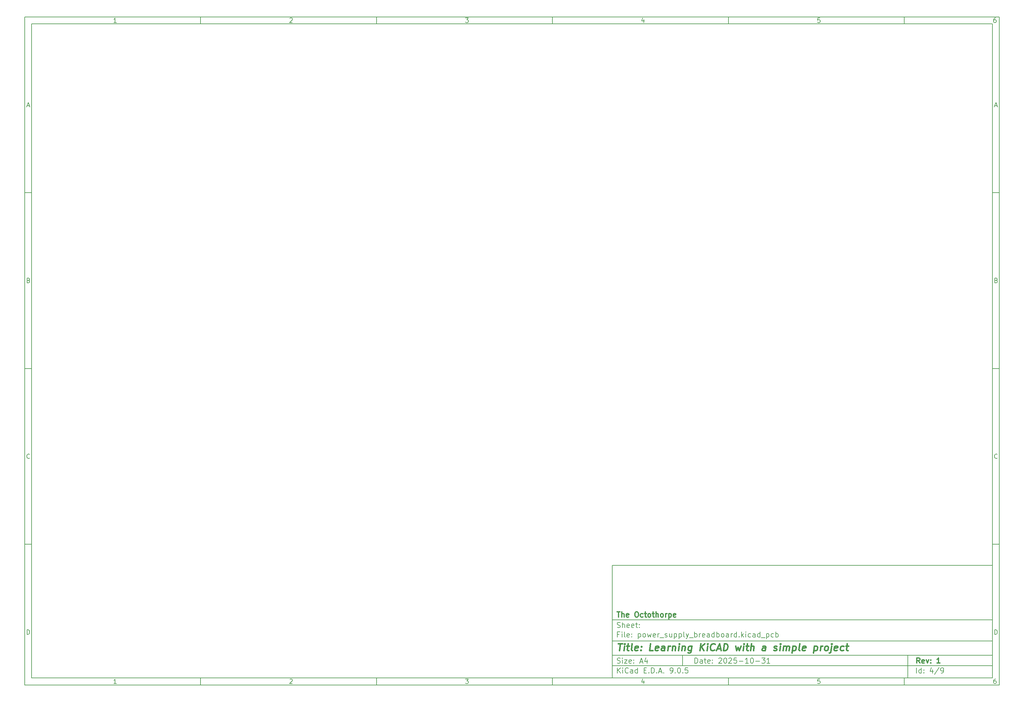
<source format=gbp>
%TF.GenerationSoftware,KiCad,Pcbnew,9.0.5*%
%TF.CreationDate,2025-11-01T14:32:35+06:00*%
%TF.ProjectId,power_supply_breadboard,706f7765-725f-4737-9570-706c795f6272,1*%
%TF.SameCoordinates,Original*%
%TF.FileFunction,Paste,Bot*%
%TF.FilePolarity,Positive*%
%FSLAX46Y46*%
G04 Gerber Fmt 4.6, Leading zero omitted, Abs format (unit mm)*
G04 Created by KiCad (PCBNEW 9.0.5) date 2025-11-01 14:32:35*
%MOMM*%
%LPD*%
G01*
G04 APERTURE LIST*
%ADD10C,0.100000*%
%ADD11C,0.150000*%
%ADD12C,0.300000*%
%ADD13C,0.400000*%
G04 APERTURE END LIST*
D10*
D11*
X177002200Y-166007200D02*
X285002200Y-166007200D01*
X285002200Y-198007200D01*
X177002200Y-198007200D01*
X177002200Y-166007200D01*
D10*
D11*
X10000000Y-10000000D02*
X287002200Y-10000000D01*
X287002200Y-200007200D01*
X10000000Y-200007200D01*
X10000000Y-10000000D01*
D10*
D11*
X12000000Y-12000000D02*
X285002200Y-12000000D01*
X285002200Y-198007200D01*
X12000000Y-198007200D01*
X12000000Y-12000000D01*
D10*
D11*
X60000000Y-12000000D02*
X60000000Y-10000000D01*
D10*
D11*
X110000000Y-12000000D02*
X110000000Y-10000000D01*
D10*
D11*
X160000000Y-12000000D02*
X160000000Y-10000000D01*
D10*
D11*
X210000000Y-12000000D02*
X210000000Y-10000000D01*
D10*
D11*
X260000000Y-12000000D02*
X260000000Y-10000000D01*
D10*
D11*
X36089160Y-11593604D02*
X35346303Y-11593604D01*
X35717731Y-11593604D02*
X35717731Y-10293604D01*
X35717731Y-10293604D02*
X35593922Y-10479319D01*
X35593922Y-10479319D02*
X35470112Y-10603128D01*
X35470112Y-10603128D02*
X35346303Y-10665033D01*
D10*
D11*
X85346303Y-10417414D02*
X85408207Y-10355509D01*
X85408207Y-10355509D02*
X85532017Y-10293604D01*
X85532017Y-10293604D02*
X85841541Y-10293604D01*
X85841541Y-10293604D02*
X85965350Y-10355509D01*
X85965350Y-10355509D02*
X86027255Y-10417414D01*
X86027255Y-10417414D02*
X86089160Y-10541223D01*
X86089160Y-10541223D02*
X86089160Y-10665033D01*
X86089160Y-10665033D02*
X86027255Y-10850747D01*
X86027255Y-10850747D02*
X85284398Y-11593604D01*
X85284398Y-11593604D02*
X86089160Y-11593604D01*
D10*
D11*
X135284398Y-10293604D02*
X136089160Y-10293604D01*
X136089160Y-10293604D02*
X135655826Y-10788842D01*
X135655826Y-10788842D02*
X135841541Y-10788842D01*
X135841541Y-10788842D02*
X135965350Y-10850747D01*
X135965350Y-10850747D02*
X136027255Y-10912652D01*
X136027255Y-10912652D02*
X136089160Y-11036461D01*
X136089160Y-11036461D02*
X136089160Y-11345985D01*
X136089160Y-11345985D02*
X136027255Y-11469795D01*
X136027255Y-11469795D02*
X135965350Y-11531700D01*
X135965350Y-11531700D02*
X135841541Y-11593604D01*
X135841541Y-11593604D02*
X135470112Y-11593604D01*
X135470112Y-11593604D02*
X135346303Y-11531700D01*
X135346303Y-11531700D02*
X135284398Y-11469795D01*
D10*
D11*
X185965350Y-10726938D02*
X185965350Y-11593604D01*
X185655826Y-10231700D02*
X185346303Y-11160271D01*
X185346303Y-11160271D02*
X186151064Y-11160271D01*
D10*
D11*
X236027255Y-10293604D02*
X235408207Y-10293604D01*
X235408207Y-10293604D02*
X235346303Y-10912652D01*
X235346303Y-10912652D02*
X235408207Y-10850747D01*
X235408207Y-10850747D02*
X235532017Y-10788842D01*
X235532017Y-10788842D02*
X235841541Y-10788842D01*
X235841541Y-10788842D02*
X235965350Y-10850747D01*
X235965350Y-10850747D02*
X236027255Y-10912652D01*
X236027255Y-10912652D02*
X236089160Y-11036461D01*
X236089160Y-11036461D02*
X236089160Y-11345985D01*
X236089160Y-11345985D02*
X236027255Y-11469795D01*
X236027255Y-11469795D02*
X235965350Y-11531700D01*
X235965350Y-11531700D02*
X235841541Y-11593604D01*
X235841541Y-11593604D02*
X235532017Y-11593604D01*
X235532017Y-11593604D02*
X235408207Y-11531700D01*
X235408207Y-11531700D02*
X235346303Y-11469795D01*
D10*
D11*
X285965350Y-10293604D02*
X285717731Y-10293604D01*
X285717731Y-10293604D02*
X285593922Y-10355509D01*
X285593922Y-10355509D02*
X285532017Y-10417414D01*
X285532017Y-10417414D02*
X285408207Y-10603128D01*
X285408207Y-10603128D02*
X285346303Y-10850747D01*
X285346303Y-10850747D02*
X285346303Y-11345985D01*
X285346303Y-11345985D02*
X285408207Y-11469795D01*
X285408207Y-11469795D02*
X285470112Y-11531700D01*
X285470112Y-11531700D02*
X285593922Y-11593604D01*
X285593922Y-11593604D02*
X285841541Y-11593604D01*
X285841541Y-11593604D02*
X285965350Y-11531700D01*
X285965350Y-11531700D02*
X286027255Y-11469795D01*
X286027255Y-11469795D02*
X286089160Y-11345985D01*
X286089160Y-11345985D02*
X286089160Y-11036461D01*
X286089160Y-11036461D02*
X286027255Y-10912652D01*
X286027255Y-10912652D02*
X285965350Y-10850747D01*
X285965350Y-10850747D02*
X285841541Y-10788842D01*
X285841541Y-10788842D02*
X285593922Y-10788842D01*
X285593922Y-10788842D02*
X285470112Y-10850747D01*
X285470112Y-10850747D02*
X285408207Y-10912652D01*
X285408207Y-10912652D02*
X285346303Y-11036461D01*
D10*
D11*
X60000000Y-198007200D02*
X60000000Y-200007200D01*
D10*
D11*
X110000000Y-198007200D02*
X110000000Y-200007200D01*
D10*
D11*
X160000000Y-198007200D02*
X160000000Y-200007200D01*
D10*
D11*
X210000000Y-198007200D02*
X210000000Y-200007200D01*
D10*
D11*
X260000000Y-198007200D02*
X260000000Y-200007200D01*
D10*
D11*
X36089160Y-199600804D02*
X35346303Y-199600804D01*
X35717731Y-199600804D02*
X35717731Y-198300804D01*
X35717731Y-198300804D02*
X35593922Y-198486519D01*
X35593922Y-198486519D02*
X35470112Y-198610328D01*
X35470112Y-198610328D02*
X35346303Y-198672233D01*
D10*
D11*
X85346303Y-198424614D02*
X85408207Y-198362709D01*
X85408207Y-198362709D02*
X85532017Y-198300804D01*
X85532017Y-198300804D02*
X85841541Y-198300804D01*
X85841541Y-198300804D02*
X85965350Y-198362709D01*
X85965350Y-198362709D02*
X86027255Y-198424614D01*
X86027255Y-198424614D02*
X86089160Y-198548423D01*
X86089160Y-198548423D02*
X86089160Y-198672233D01*
X86089160Y-198672233D02*
X86027255Y-198857947D01*
X86027255Y-198857947D02*
X85284398Y-199600804D01*
X85284398Y-199600804D02*
X86089160Y-199600804D01*
D10*
D11*
X135284398Y-198300804D02*
X136089160Y-198300804D01*
X136089160Y-198300804D02*
X135655826Y-198796042D01*
X135655826Y-198796042D02*
X135841541Y-198796042D01*
X135841541Y-198796042D02*
X135965350Y-198857947D01*
X135965350Y-198857947D02*
X136027255Y-198919852D01*
X136027255Y-198919852D02*
X136089160Y-199043661D01*
X136089160Y-199043661D02*
X136089160Y-199353185D01*
X136089160Y-199353185D02*
X136027255Y-199476995D01*
X136027255Y-199476995D02*
X135965350Y-199538900D01*
X135965350Y-199538900D02*
X135841541Y-199600804D01*
X135841541Y-199600804D02*
X135470112Y-199600804D01*
X135470112Y-199600804D02*
X135346303Y-199538900D01*
X135346303Y-199538900D02*
X135284398Y-199476995D01*
D10*
D11*
X185965350Y-198734138D02*
X185965350Y-199600804D01*
X185655826Y-198238900D02*
X185346303Y-199167471D01*
X185346303Y-199167471D02*
X186151064Y-199167471D01*
D10*
D11*
X236027255Y-198300804D02*
X235408207Y-198300804D01*
X235408207Y-198300804D02*
X235346303Y-198919852D01*
X235346303Y-198919852D02*
X235408207Y-198857947D01*
X235408207Y-198857947D02*
X235532017Y-198796042D01*
X235532017Y-198796042D02*
X235841541Y-198796042D01*
X235841541Y-198796042D02*
X235965350Y-198857947D01*
X235965350Y-198857947D02*
X236027255Y-198919852D01*
X236027255Y-198919852D02*
X236089160Y-199043661D01*
X236089160Y-199043661D02*
X236089160Y-199353185D01*
X236089160Y-199353185D02*
X236027255Y-199476995D01*
X236027255Y-199476995D02*
X235965350Y-199538900D01*
X235965350Y-199538900D02*
X235841541Y-199600804D01*
X235841541Y-199600804D02*
X235532017Y-199600804D01*
X235532017Y-199600804D02*
X235408207Y-199538900D01*
X235408207Y-199538900D02*
X235346303Y-199476995D01*
D10*
D11*
X285965350Y-198300804D02*
X285717731Y-198300804D01*
X285717731Y-198300804D02*
X285593922Y-198362709D01*
X285593922Y-198362709D02*
X285532017Y-198424614D01*
X285532017Y-198424614D02*
X285408207Y-198610328D01*
X285408207Y-198610328D02*
X285346303Y-198857947D01*
X285346303Y-198857947D02*
X285346303Y-199353185D01*
X285346303Y-199353185D02*
X285408207Y-199476995D01*
X285408207Y-199476995D02*
X285470112Y-199538900D01*
X285470112Y-199538900D02*
X285593922Y-199600804D01*
X285593922Y-199600804D02*
X285841541Y-199600804D01*
X285841541Y-199600804D02*
X285965350Y-199538900D01*
X285965350Y-199538900D02*
X286027255Y-199476995D01*
X286027255Y-199476995D02*
X286089160Y-199353185D01*
X286089160Y-199353185D02*
X286089160Y-199043661D01*
X286089160Y-199043661D02*
X286027255Y-198919852D01*
X286027255Y-198919852D02*
X285965350Y-198857947D01*
X285965350Y-198857947D02*
X285841541Y-198796042D01*
X285841541Y-198796042D02*
X285593922Y-198796042D01*
X285593922Y-198796042D02*
X285470112Y-198857947D01*
X285470112Y-198857947D02*
X285408207Y-198919852D01*
X285408207Y-198919852D02*
X285346303Y-199043661D01*
D10*
D11*
X10000000Y-60000000D02*
X12000000Y-60000000D01*
D10*
D11*
X10000000Y-110000000D02*
X12000000Y-110000000D01*
D10*
D11*
X10000000Y-160000000D02*
X12000000Y-160000000D01*
D10*
D11*
X10690476Y-35222176D02*
X11309523Y-35222176D01*
X10566666Y-35593604D02*
X10999999Y-34293604D01*
X10999999Y-34293604D02*
X11433333Y-35593604D01*
D10*
D11*
X11092857Y-84912652D02*
X11278571Y-84974557D01*
X11278571Y-84974557D02*
X11340476Y-85036461D01*
X11340476Y-85036461D02*
X11402380Y-85160271D01*
X11402380Y-85160271D02*
X11402380Y-85345985D01*
X11402380Y-85345985D02*
X11340476Y-85469795D01*
X11340476Y-85469795D02*
X11278571Y-85531700D01*
X11278571Y-85531700D02*
X11154761Y-85593604D01*
X11154761Y-85593604D02*
X10659523Y-85593604D01*
X10659523Y-85593604D02*
X10659523Y-84293604D01*
X10659523Y-84293604D02*
X11092857Y-84293604D01*
X11092857Y-84293604D02*
X11216666Y-84355509D01*
X11216666Y-84355509D02*
X11278571Y-84417414D01*
X11278571Y-84417414D02*
X11340476Y-84541223D01*
X11340476Y-84541223D02*
X11340476Y-84665033D01*
X11340476Y-84665033D02*
X11278571Y-84788842D01*
X11278571Y-84788842D02*
X11216666Y-84850747D01*
X11216666Y-84850747D02*
X11092857Y-84912652D01*
X11092857Y-84912652D02*
X10659523Y-84912652D01*
D10*
D11*
X11402380Y-135469795D02*
X11340476Y-135531700D01*
X11340476Y-135531700D02*
X11154761Y-135593604D01*
X11154761Y-135593604D02*
X11030952Y-135593604D01*
X11030952Y-135593604D02*
X10845238Y-135531700D01*
X10845238Y-135531700D02*
X10721428Y-135407890D01*
X10721428Y-135407890D02*
X10659523Y-135284080D01*
X10659523Y-135284080D02*
X10597619Y-135036461D01*
X10597619Y-135036461D02*
X10597619Y-134850747D01*
X10597619Y-134850747D02*
X10659523Y-134603128D01*
X10659523Y-134603128D02*
X10721428Y-134479319D01*
X10721428Y-134479319D02*
X10845238Y-134355509D01*
X10845238Y-134355509D02*
X11030952Y-134293604D01*
X11030952Y-134293604D02*
X11154761Y-134293604D01*
X11154761Y-134293604D02*
X11340476Y-134355509D01*
X11340476Y-134355509D02*
X11402380Y-134417414D01*
D10*
D11*
X10659523Y-185593604D02*
X10659523Y-184293604D01*
X10659523Y-184293604D02*
X10969047Y-184293604D01*
X10969047Y-184293604D02*
X11154761Y-184355509D01*
X11154761Y-184355509D02*
X11278571Y-184479319D01*
X11278571Y-184479319D02*
X11340476Y-184603128D01*
X11340476Y-184603128D02*
X11402380Y-184850747D01*
X11402380Y-184850747D02*
X11402380Y-185036461D01*
X11402380Y-185036461D02*
X11340476Y-185284080D01*
X11340476Y-185284080D02*
X11278571Y-185407890D01*
X11278571Y-185407890D02*
X11154761Y-185531700D01*
X11154761Y-185531700D02*
X10969047Y-185593604D01*
X10969047Y-185593604D02*
X10659523Y-185593604D01*
D10*
D11*
X287002200Y-60000000D02*
X285002200Y-60000000D01*
D10*
D11*
X287002200Y-110000000D02*
X285002200Y-110000000D01*
D10*
D11*
X287002200Y-160000000D02*
X285002200Y-160000000D01*
D10*
D11*
X285692676Y-35222176D02*
X286311723Y-35222176D01*
X285568866Y-35593604D02*
X286002199Y-34293604D01*
X286002199Y-34293604D02*
X286435533Y-35593604D01*
D10*
D11*
X286095057Y-84912652D02*
X286280771Y-84974557D01*
X286280771Y-84974557D02*
X286342676Y-85036461D01*
X286342676Y-85036461D02*
X286404580Y-85160271D01*
X286404580Y-85160271D02*
X286404580Y-85345985D01*
X286404580Y-85345985D02*
X286342676Y-85469795D01*
X286342676Y-85469795D02*
X286280771Y-85531700D01*
X286280771Y-85531700D02*
X286156961Y-85593604D01*
X286156961Y-85593604D02*
X285661723Y-85593604D01*
X285661723Y-85593604D02*
X285661723Y-84293604D01*
X285661723Y-84293604D02*
X286095057Y-84293604D01*
X286095057Y-84293604D02*
X286218866Y-84355509D01*
X286218866Y-84355509D02*
X286280771Y-84417414D01*
X286280771Y-84417414D02*
X286342676Y-84541223D01*
X286342676Y-84541223D02*
X286342676Y-84665033D01*
X286342676Y-84665033D02*
X286280771Y-84788842D01*
X286280771Y-84788842D02*
X286218866Y-84850747D01*
X286218866Y-84850747D02*
X286095057Y-84912652D01*
X286095057Y-84912652D02*
X285661723Y-84912652D01*
D10*
D11*
X286404580Y-135469795D02*
X286342676Y-135531700D01*
X286342676Y-135531700D02*
X286156961Y-135593604D01*
X286156961Y-135593604D02*
X286033152Y-135593604D01*
X286033152Y-135593604D02*
X285847438Y-135531700D01*
X285847438Y-135531700D02*
X285723628Y-135407890D01*
X285723628Y-135407890D02*
X285661723Y-135284080D01*
X285661723Y-135284080D02*
X285599819Y-135036461D01*
X285599819Y-135036461D02*
X285599819Y-134850747D01*
X285599819Y-134850747D02*
X285661723Y-134603128D01*
X285661723Y-134603128D02*
X285723628Y-134479319D01*
X285723628Y-134479319D02*
X285847438Y-134355509D01*
X285847438Y-134355509D02*
X286033152Y-134293604D01*
X286033152Y-134293604D02*
X286156961Y-134293604D01*
X286156961Y-134293604D02*
X286342676Y-134355509D01*
X286342676Y-134355509D02*
X286404580Y-134417414D01*
D10*
D11*
X285661723Y-185593604D02*
X285661723Y-184293604D01*
X285661723Y-184293604D02*
X285971247Y-184293604D01*
X285971247Y-184293604D02*
X286156961Y-184355509D01*
X286156961Y-184355509D02*
X286280771Y-184479319D01*
X286280771Y-184479319D02*
X286342676Y-184603128D01*
X286342676Y-184603128D02*
X286404580Y-184850747D01*
X286404580Y-184850747D02*
X286404580Y-185036461D01*
X286404580Y-185036461D02*
X286342676Y-185284080D01*
X286342676Y-185284080D02*
X286280771Y-185407890D01*
X286280771Y-185407890D02*
X286156961Y-185531700D01*
X286156961Y-185531700D02*
X285971247Y-185593604D01*
X285971247Y-185593604D02*
X285661723Y-185593604D01*
D10*
D11*
X200458026Y-193793328D02*
X200458026Y-192293328D01*
X200458026Y-192293328D02*
X200815169Y-192293328D01*
X200815169Y-192293328D02*
X201029455Y-192364757D01*
X201029455Y-192364757D02*
X201172312Y-192507614D01*
X201172312Y-192507614D02*
X201243741Y-192650471D01*
X201243741Y-192650471D02*
X201315169Y-192936185D01*
X201315169Y-192936185D02*
X201315169Y-193150471D01*
X201315169Y-193150471D02*
X201243741Y-193436185D01*
X201243741Y-193436185D02*
X201172312Y-193579042D01*
X201172312Y-193579042D02*
X201029455Y-193721900D01*
X201029455Y-193721900D02*
X200815169Y-193793328D01*
X200815169Y-193793328D02*
X200458026Y-193793328D01*
X202600884Y-193793328D02*
X202600884Y-193007614D01*
X202600884Y-193007614D02*
X202529455Y-192864757D01*
X202529455Y-192864757D02*
X202386598Y-192793328D01*
X202386598Y-192793328D02*
X202100884Y-192793328D01*
X202100884Y-192793328D02*
X201958026Y-192864757D01*
X202600884Y-193721900D02*
X202458026Y-193793328D01*
X202458026Y-193793328D02*
X202100884Y-193793328D01*
X202100884Y-193793328D02*
X201958026Y-193721900D01*
X201958026Y-193721900D02*
X201886598Y-193579042D01*
X201886598Y-193579042D02*
X201886598Y-193436185D01*
X201886598Y-193436185D02*
X201958026Y-193293328D01*
X201958026Y-193293328D02*
X202100884Y-193221900D01*
X202100884Y-193221900D02*
X202458026Y-193221900D01*
X202458026Y-193221900D02*
X202600884Y-193150471D01*
X203100884Y-192793328D02*
X203672312Y-192793328D01*
X203315169Y-192293328D02*
X203315169Y-193579042D01*
X203315169Y-193579042D02*
X203386598Y-193721900D01*
X203386598Y-193721900D02*
X203529455Y-193793328D01*
X203529455Y-193793328D02*
X203672312Y-193793328D01*
X204743741Y-193721900D02*
X204600884Y-193793328D01*
X204600884Y-193793328D02*
X204315170Y-193793328D01*
X204315170Y-193793328D02*
X204172312Y-193721900D01*
X204172312Y-193721900D02*
X204100884Y-193579042D01*
X204100884Y-193579042D02*
X204100884Y-193007614D01*
X204100884Y-193007614D02*
X204172312Y-192864757D01*
X204172312Y-192864757D02*
X204315170Y-192793328D01*
X204315170Y-192793328D02*
X204600884Y-192793328D01*
X204600884Y-192793328D02*
X204743741Y-192864757D01*
X204743741Y-192864757D02*
X204815170Y-193007614D01*
X204815170Y-193007614D02*
X204815170Y-193150471D01*
X204815170Y-193150471D02*
X204100884Y-193293328D01*
X205458026Y-193650471D02*
X205529455Y-193721900D01*
X205529455Y-193721900D02*
X205458026Y-193793328D01*
X205458026Y-193793328D02*
X205386598Y-193721900D01*
X205386598Y-193721900D02*
X205458026Y-193650471D01*
X205458026Y-193650471D02*
X205458026Y-193793328D01*
X205458026Y-192864757D02*
X205529455Y-192936185D01*
X205529455Y-192936185D02*
X205458026Y-193007614D01*
X205458026Y-193007614D02*
X205386598Y-192936185D01*
X205386598Y-192936185D02*
X205458026Y-192864757D01*
X205458026Y-192864757D02*
X205458026Y-193007614D01*
X207243741Y-192436185D02*
X207315169Y-192364757D01*
X207315169Y-192364757D02*
X207458027Y-192293328D01*
X207458027Y-192293328D02*
X207815169Y-192293328D01*
X207815169Y-192293328D02*
X207958027Y-192364757D01*
X207958027Y-192364757D02*
X208029455Y-192436185D01*
X208029455Y-192436185D02*
X208100884Y-192579042D01*
X208100884Y-192579042D02*
X208100884Y-192721900D01*
X208100884Y-192721900D02*
X208029455Y-192936185D01*
X208029455Y-192936185D02*
X207172312Y-193793328D01*
X207172312Y-193793328D02*
X208100884Y-193793328D01*
X209029455Y-192293328D02*
X209172312Y-192293328D01*
X209172312Y-192293328D02*
X209315169Y-192364757D01*
X209315169Y-192364757D02*
X209386598Y-192436185D01*
X209386598Y-192436185D02*
X209458026Y-192579042D01*
X209458026Y-192579042D02*
X209529455Y-192864757D01*
X209529455Y-192864757D02*
X209529455Y-193221900D01*
X209529455Y-193221900D02*
X209458026Y-193507614D01*
X209458026Y-193507614D02*
X209386598Y-193650471D01*
X209386598Y-193650471D02*
X209315169Y-193721900D01*
X209315169Y-193721900D02*
X209172312Y-193793328D01*
X209172312Y-193793328D02*
X209029455Y-193793328D01*
X209029455Y-193793328D02*
X208886598Y-193721900D01*
X208886598Y-193721900D02*
X208815169Y-193650471D01*
X208815169Y-193650471D02*
X208743740Y-193507614D01*
X208743740Y-193507614D02*
X208672312Y-193221900D01*
X208672312Y-193221900D02*
X208672312Y-192864757D01*
X208672312Y-192864757D02*
X208743740Y-192579042D01*
X208743740Y-192579042D02*
X208815169Y-192436185D01*
X208815169Y-192436185D02*
X208886598Y-192364757D01*
X208886598Y-192364757D02*
X209029455Y-192293328D01*
X210100883Y-192436185D02*
X210172311Y-192364757D01*
X210172311Y-192364757D02*
X210315169Y-192293328D01*
X210315169Y-192293328D02*
X210672311Y-192293328D01*
X210672311Y-192293328D02*
X210815169Y-192364757D01*
X210815169Y-192364757D02*
X210886597Y-192436185D01*
X210886597Y-192436185D02*
X210958026Y-192579042D01*
X210958026Y-192579042D02*
X210958026Y-192721900D01*
X210958026Y-192721900D02*
X210886597Y-192936185D01*
X210886597Y-192936185D02*
X210029454Y-193793328D01*
X210029454Y-193793328D02*
X210958026Y-193793328D01*
X212315168Y-192293328D02*
X211600882Y-192293328D01*
X211600882Y-192293328D02*
X211529454Y-193007614D01*
X211529454Y-193007614D02*
X211600882Y-192936185D01*
X211600882Y-192936185D02*
X211743740Y-192864757D01*
X211743740Y-192864757D02*
X212100882Y-192864757D01*
X212100882Y-192864757D02*
X212243740Y-192936185D01*
X212243740Y-192936185D02*
X212315168Y-193007614D01*
X212315168Y-193007614D02*
X212386597Y-193150471D01*
X212386597Y-193150471D02*
X212386597Y-193507614D01*
X212386597Y-193507614D02*
X212315168Y-193650471D01*
X212315168Y-193650471D02*
X212243740Y-193721900D01*
X212243740Y-193721900D02*
X212100882Y-193793328D01*
X212100882Y-193793328D02*
X211743740Y-193793328D01*
X211743740Y-193793328D02*
X211600882Y-193721900D01*
X211600882Y-193721900D02*
X211529454Y-193650471D01*
X213029453Y-193221900D02*
X214172311Y-193221900D01*
X215672311Y-193793328D02*
X214815168Y-193793328D01*
X215243739Y-193793328D02*
X215243739Y-192293328D01*
X215243739Y-192293328D02*
X215100882Y-192507614D01*
X215100882Y-192507614D02*
X214958025Y-192650471D01*
X214958025Y-192650471D02*
X214815168Y-192721900D01*
X216600882Y-192293328D02*
X216743739Y-192293328D01*
X216743739Y-192293328D02*
X216886596Y-192364757D01*
X216886596Y-192364757D02*
X216958025Y-192436185D01*
X216958025Y-192436185D02*
X217029453Y-192579042D01*
X217029453Y-192579042D02*
X217100882Y-192864757D01*
X217100882Y-192864757D02*
X217100882Y-193221900D01*
X217100882Y-193221900D02*
X217029453Y-193507614D01*
X217029453Y-193507614D02*
X216958025Y-193650471D01*
X216958025Y-193650471D02*
X216886596Y-193721900D01*
X216886596Y-193721900D02*
X216743739Y-193793328D01*
X216743739Y-193793328D02*
X216600882Y-193793328D01*
X216600882Y-193793328D02*
X216458025Y-193721900D01*
X216458025Y-193721900D02*
X216386596Y-193650471D01*
X216386596Y-193650471D02*
X216315167Y-193507614D01*
X216315167Y-193507614D02*
X216243739Y-193221900D01*
X216243739Y-193221900D02*
X216243739Y-192864757D01*
X216243739Y-192864757D02*
X216315167Y-192579042D01*
X216315167Y-192579042D02*
X216386596Y-192436185D01*
X216386596Y-192436185D02*
X216458025Y-192364757D01*
X216458025Y-192364757D02*
X216600882Y-192293328D01*
X217743738Y-193221900D02*
X218886596Y-193221900D01*
X219458024Y-192293328D02*
X220386596Y-192293328D01*
X220386596Y-192293328D02*
X219886596Y-192864757D01*
X219886596Y-192864757D02*
X220100881Y-192864757D01*
X220100881Y-192864757D02*
X220243739Y-192936185D01*
X220243739Y-192936185D02*
X220315167Y-193007614D01*
X220315167Y-193007614D02*
X220386596Y-193150471D01*
X220386596Y-193150471D02*
X220386596Y-193507614D01*
X220386596Y-193507614D02*
X220315167Y-193650471D01*
X220315167Y-193650471D02*
X220243739Y-193721900D01*
X220243739Y-193721900D02*
X220100881Y-193793328D01*
X220100881Y-193793328D02*
X219672310Y-193793328D01*
X219672310Y-193793328D02*
X219529453Y-193721900D01*
X219529453Y-193721900D02*
X219458024Y-193650471D01*
X221815167Y-193793328D02*
X220958024Y-193793328D01*
X221386595Y-193793328D02*
X221386595Y-192293328D01*
X221386595Y-192293328D02*
X221243738Y-192507614D01*
X221243738Y-192507614D02*
X221100881Y-192650471D01*
X221100881Y-192650471D02*
X220958024Y-192721900D01*
D10*
D11*
X177002200Y-194507200D02*
X285002200Y-194507200D01*
D10*
D11*
X178458026Y-196593328D02*
X178458026Y-195093328D01*
X179315169Y-196593328D02*
X178672312Y-195736185D01*
X179315169Y-195093328D02*
X178458026Y-195950471D01*
X179958026Y-196593328D02*
X179958026Y-195593328D01*
X179958026Y-195093328D02*
X179886598Y-195164757D01*
X179886598Y-195164757D02*
X179958026Y-195236185D01*
X179958026Y-195236185D02*
X180029455Y-195164757D01*
X180029455Y-195164757D02*
X179958026Y-195093328D01*
X179958026Y-195093328D02*
X179958026Y-195236185D01*
X181529455Y-196450471D02*
X181458027Y-196521900D01*
X181458027Y-196521900D02*
X181243741Y-196593328D01*
X181243741Y-196593328D02*
X181100884Y-196593328D01*
X181100884Y-196593328D02*
X180886598Y-196521900D01*
X180886598Y-196521900D02*
X180743741Y-196379042D01*
X180743741Y-196379042D02*
X180672312Y-196236185D01*
X180672312Y-196236185D02*
X180600884Y-195950471D01*
X180600884Y-195950471D02*
X180600884Y-195736185D01*
X180600884Y-195736185D02*
X180672312Y-195450471D01*
X180672312Y-195450471D02*
X180743741Y-195307614D01*
X180743741Y-195307614D02*
X180886598Y-195164757D01*
X180886598Y-195164757D02*
X181100884Y-195093328D01*
X181100884Y-195093328D02*
X181243741Y-195093328D01*
X181243741Y-195093328D02*
X181458027Y-195164757D01*
X181458027Y-195164757D02*
X181529455Y-195236185D01*
X182815170Y-196593328D02*
X182815170Y-195807614D01*
X182815170Y-195807614D02*
X182743741Y-195664757D01*
X182743741Y-195664757D02*
X182600884Y-195593328D01*
X182600884Y-195593328D02*
X182315170Y-195593328D01*
X182315170Y-195593328D02*
X182172312Y-195664757D01*
X182815170Y-196521900D02*
X182672312Y-196593328D01*
X182672312Y-196593328D02*
X182315170Y-196593328D01*
X182315170Y-196593328D02*
X182172312Y-196521900D01*
X182172312Y-196521900D02*
X182100884Y-196379042D01*
X182100884Y-196379042D02*
X182100884Y-196236185D01*
X182100884Y-196236185D02*
X182172312Y-196093328D01*
X182172312Y-196093328D02*
X182315170Y-196021900D01*
X182315170Y-196021900D02*
X182672312Y-196021900D01*
X182672312Y-196021900D02*
X182815170Y-195950471D01*
X184172313Y-196593328D02*
X184172313Y-195093328D01*
X184172313Y-196521900D02*
X184029455Y-196593328D01*
X184029455Y-196593328D02*
X183743741Y-196593328D01*
X183743741Y-196593328D02*
X183600884Y-196521900D01*
X183600884Y-196521900D02*
X183529455Y-196450471D01*
X183529455Y-196450471D02*
X183458027Y-196307614D01*
X183458027Y-196307614D02*
X183458027Y-195879042D01*
X183458027Y-195879042D02*
X183529455Y-195736185D01*
X183529455Y-195736185D02*
X183600884Y-195664757D01*
X183600884Y-195664757D02*
X183743741Y-195593328D01*
X183743741Y-195593328D02*
X184029455Y-195593328D01*
X184029455Y-195593328D02*
X184172313Y-195664757D01*
X186029455Y-195807614D02*
X186529455Y-195807614D01*
X186743741Y-196593328D02*
X186029455Y-196593328D01*
X186029455Y-196593328D02*
X186029455Y-195093328D01*
X186029455Y-195093328D02*
X186743741Y-195093328D01*
X187386598Y-196450471D02*
X187458027Y-196521900D01*
X187458027Y-196521900D02*
X187386598Y-196593328D01*
X187386598Y-196593328D02*
X187315170Y-196521900D01*
X187315170Y-196521900D02*
X187386598Y-196450471D01*
X187386598Y-196450471D02*
X187386598Y-196593328D01*
X188100884Y-196593328D02*
X188100884Y-195093328D01*
X188100884Y-195093328D02*
X188458027Y-195093328D01*
X188458027Y-195093328D02*
X188672313Y-195164757D01*
X188672313Y-195164757D02*
X188815170Y-195307614D01*
X188815170Y-195307614D02*
X188886599Y-195450471D01*
X188886599Y-195450471D02*
X188958027Y-195736185D01*
X188958027Y-195736185D02*
X188958027Y-195950471D01*
X188958027Y-195950471D02*
X188886599Y-196236185D01*
X188886599Y-196236185D02*
X188815170Y-196379042D01*
X188815170Y-196379042D02*
X188672313Y-196521900D01*
X188672313Y-196521900D02*
X188458027Y-196593328D01*
X188458027Y-196593328D02*
X188100884Y-196593328D01*
X189600884Y-196450471D02*
X189672313Y-196521900D01*
X189672313Y-196521900D02*
X189600884Y-196593328D01*
X189600884Y-196593328D02*
X189529456Y-196521900D01*
X189529456Y-196521900D02*
X189600884Y-196450471D01*
X189600884Y-196450471D02*
X189600884Y-196593328D01*
X190243742Y-196164757D02*
X190958028Y-196164757D01*
X190100885Y-196593328D02*
X190600885Y-195093328D01*
X190600885Y-195093328D02*
X191100885Y-196593328D01*
X191600884Y-196450471D02*
X191672313Y-196521900D01*
X191672313Y-196521900D02*
X191600884Y-196593328D01*
X191600884Y-196593328D02*
X191529456Y-196521900D01*
X191529456Y-196521900D02*
X191600884Y-196450471D01*
X191600884Y-196450471D02*
X191600884Y-196593328D01*
X193529456Y-196593328D02*
X193815170Y-196593328D01*
X193815170Y-196593328D02*
X193958027Y-196521900D01*
X193958027Y-196521900D02*
X194029456Y-196450471D01*
X194029456Y-196450471D02*
X194172313Y-196236185D01*
X194172313Y-196236185D02*
X194243742Y-195950471D01*
X194243742Y-195950471D02*
X194243742Y-195379042D01*
X194243742Y-195379042D02*
X194172313Y-195236185D01*
X194172313Y-195236185D02*
X194100885Y-195164757D01*
X194100885Y-195164757D02*
X193958027Y-195093328D01*
X193958027Y-195093328D02*
X193672313Y-195093328D01*
X193672313Y-195093328D02*
X193529456Y-195164757D01*
X193529456Y-195164757D02*
X193458027Y-195236185D01*
X193458027Y-195236185D02*
X193386599Y-195379042D01*
X193386599Y-195379042D02*
X193386599Y-195736185D01*
X193386599Y-195736185D02*
X193458027Y-195879042D01*
X193458027Y-195879042D02*
X193529456Y-195950471D01*
X193529456Y-195950471D02*
X193672313Y-196021900D01*
X193672313Y-196021900D02*
X193958027Y-196021900D01*
X193958027Y-196021900D02*
X194100885Y-195950471D01*
X194100885Y-195950471D02*
X194172313Y-195879042D01*
X194172313Y-195879042D02*
X194243742Y-195736185D01*
X194886598Y-196450471D02*
X194958027Y-196521900D01*
X194958027Y-196521900D02*
X194886598Y-196593328D01*
X194886598Y-196593328D02*
X194815170Y-196521900D01*
X194815170Y-196521900D02*
X194886598Y-196450471D01*
X194886598Y-196450471D02*
X194886598Y-196593328D01*
X195886599Y-195093328D02*
X196029456Y-195093328D01*
X196029456Y-195093328D02*
X196172313Y-195164757D01*
X196172313Y-195164757D02*
X196243742Y-195236185D01*
X196243742Y-195236185D02*
X196315170Y-195379042D01*
X196315170Y-195379042D02*
X196386599Y-195664757D01*
X196386599Y-195664757D02*
X196386599Y-196021900D01*
X196386599Y-196021900D02*
X196315170Y-196307614D01*
X196315170Y-196307614D02*
X196243742Y-196450471D01*
X196243742Y-196450471D02*
X196172313Y-196521900D01*
X196172313Y-196521900D02*
X196029456Y-196593328D01*
X196029456Y-196593328D02*
X195886599Y-196593328D01*
X195886599Y-196593328D02*
X195743742Y-196521900D01*
X195743742Y-196521900D02*
X195672313Y-196450471D01*
X195672313Y-196450471D02*
X195600884Y-196307614D01*
X195600884Y-196307614D02*
X195529456Y-196021900D01*
X195529456Y-196021900D02*
X195529456Y-195664757D01*
X195529456Y-195664757D02*
X195600884Y-195379042D01*
X195600884Y-195379042D02*
X195672313Y-195236185D01*
X195672313Y-195236185D02*
X195743742Y-195164757D01*
X195743742Y-195164757D02*
X195886599Y-195093328D01*
X197029455Y-196450471D02*
X197100884Y-196521900D01*
X197100884Y-196521900D02*
X197029455Y-196593328D01*
X197029455Y-196593328D02*
X196958027Y-196521900D01*
X196958027Y-196521900D02*
X197029455Y-196450471D01*
X197029455Y-196450471D02*
X197029455Y-196593328D01*
X198458027Y-195093328D02*
X197743741Y-195093328D01*
X197743741Y-195093328D02*
X197672313Y-195807614D01*
X197672313Y-195807614D02*
X197743741Y-195736185D01*
X197743741Y-195736185D02*
X197886599Y-195664757D01*
X197886599Y-195664757D02*
X198243741Y-195664757D01*
X198243741Y-195664757D02*
X198386599Y-195736185D01*
X198386599Y-195736185D02*
X198458027Y-195807614D01*
X198458027Y-195807614D02*
X198529456Y-195950471D01*
X198529456Y-195950471D02*
X198529456Y-196307614D01*
X198529456Y-196307614D02*
X198458027Y-196450471D01*
X198458027Y-196450471D02*
X198386599Y-196521900D01*
X198386599Y-196521900D02*
X198243741Y-196593328D01*
X198243741Y-196593328D02*
X197886599Y-196593328D01*
X197886599Y-196593328D02*
X197743741Y-196521900D01*
X197743741Y-196521900D02*
X197672313Y-196450471D01*
D10*
D11*
X177002200Y-191507200D02*
X285002200Y-191507200D01*
D10*
D12*
X264413853Y-193785528D02*
X263913853Y-193071242D01*
X263556710Y-193785528D02*
X263556710Y-192285528D01*
X263556710Y-192285528D02*
X264128139Y-192285528D01*
X264128139Y-192285528D02*
X264270996Y-192356957D01*
X264270996Y-192356957D02*
X264342425Y-192428385D01*
X264342425Y-192428385D02*
X264413853Y-192571242D01*
X264413853Y-192571242D02*
X264413853Y-192785528D01*
X264413853Y-192785528D02*
X264342425Y-192928385D01*
X264342425Y-192928385D02*
X264270996Y-192999814D01*
X264270996Y-192999814D02*
X264128139Y-193071242D01*
X264128139Y-193071242D02*
X263556710Y-193071242D01*
X265628139Y-193714100D02*
X265485282Y-193785528D01*
X265485282Y-193785528D02*
X265199568Y-193785528D01*
X265199568Y-193785528D02*
X265056710Y-193714100D01*
X265056710Y-193714100D02*
X264985282Y-193571242D01*
X264985282Y-193571242D02*
X264985282Y-192999814D01*
X264985282Y-192999814D02*
X265056710Y-192856957D01*
X265056710Y-192856957D02*
X265199568Y-192785528D01*
X265199568Y-192785528D02*
X265485282Y-192785528D01*
X265485282Y-192785528D02*
X265628139Y-192856957D01*
X265628139Y-192856957D02*
X265699568Y-192999814D01*
X265699568Y-192999814D02*
X265699568Y-193142671D01*
X265699568Y-193142671D02*
X264985282Y-193285528D01*
X266199567Y-192785528D02*
X266556710Y-193785528D01*
X266556710Y-193785528D02*
X266913853Y-192785528D01*
X267485281Y-193642671D02*
X267556710Y-193714100D01*
X267556710Y-193714100D02*
X267485281Y-193785528D01*
X267485281Y-193785528D02*
X267413853Y-193714100D01*
X267413853Y-193714100D02*
X267485281Y-193642671D01*
X267485281Y-193642671D02*
X267485281Y-193785528D01*
X267485281Y-192856957D02*
X267556710Y-192928385D01*
X267556710Y-192928385D02*
X267485281Y-192999814D01*
X267485281Y-192999814D02*
X267413853Y-192928385D01*
X267413853Y-192928385D02*
X267485281Y-192856957D01*
X267485281Y-192856957D02*
X267485281Y-192999814D01*
X270128139Y-193785528D02*
X269270996Y-193785528D01*
X269699567Y-193785528D02*
X269699567Y-192285528D01*
X269699567Y-192285528D02*
X269556710Y-192499814D01*
X269556710Y-192499814D02*
X269413853Y-192642671D01*
X269413853Y-192642671D02*
X269270996Y-192714100D01*
D10*
D11*
X178386598Y-193721900D02*
X178600884Y-193793328D01*
X178600884Y-193793328D02*
X178958026Y-193793328D01*
X178958026Y-193793328D02*
X179100884Y-193721900D01*
X179100884Y-193721900D02*
X179172312Y-193650471D01*
X179172312Y-193650471D02*
X179243741Y-193507614D01*
X179243741Y-193507614D02*
X179243741Y-193364757D01*
X179243741Y-193364757D02*
X179172312Y-193221900D01*
X179172312Y-193221900D02*
X179100884Y-193150471D01*
X179100884Y-193150471D02*
X178958026Y-193079042D01*
X178958026Y-193079042D02*
X178672312Y-193007614D01*
X178672312Y-193007614D02*
X178529455Y-192936185D01*
X178529455Y-192936185D02*
X178458026Y-192864757D01*
X178458026Y-192864757D02*
X178386598Y-192721900D01*
X178386598Y-192721900D02*
X178386598Y-192579042D01*
X178386598Y-192579042D02*
X178458026Y-192436185D01*
X178458026Y-192436185D02*
X178529455Y-192364757D01*
X178529455Y-192364757D02*
X178672312Y-192293328D01*
X178672312Y-192293328D02*
X179029455Y-192293328D01*
X179029455Y-192293328D02*
X179243741Y-192364757D01*
X179886597Y-193793328D02*
X179886597Y-192793328D01*
X179886597Y-192293328D02*
X179815169Y-192364757D01*
X179815169Y-192364757D02*
X179886597Y-192436185D01*
X179886597Y-192436185D02*
X179958026Y-192364757D01*
X179958026Y-192364757D02*
X179886597Y-192293328D01*
X179886597Y-192293328D02*
X179886597Y-192436185D01*
X180458026Y-192793328D02*
X181243741Y-192793328D01*
X181243741Y-192793328D02*
X180458026Y-193793328D01*
X180458026Y-193793328D02*
X181243741Y-193793328D01*
X182386598Y-193721900D02*
X182243741Y-193793328D01*
X182243741Y-193793328D02*
X181958027Y-193793328D01*
X181958027Y-193793328D02*
X181815169Y-193721900D01*
X181815169Y-193721900D02*
X181743741Y-193579042D01*
X181743741Y-193579042D02*
X181743741Y-193007614D01*
X181743741Y-193007614D02*
X181815169Y-192864757D01*
X181815169Y-192864757D02*
X181958027Y-192793328D01*
X181958027Y-192793328D02*
X182243741Y-192793328D01*
X182243741Y-192793328D02*
X182386598Y-192864757D01*
X182386598Y-192864757D02*
X182458027Y-193007614D01*
X182458027Y-193007614D02*
X182458027Y-193150471D01*
X182458027Y-193150471D02*
X181743741Y-193293328D01*
X183100883Y-193650471D02*
X183172312Y-193721900D01*
X183172312Y-193721900D02*
X183100883Y-193793328D01*
X183100883Y-193793328D02*
X183029455Y-193721900D01*
X183029455Y-193721900D02*
X183100883Y-193650471D01*
X183100883Y-193650471D02*
X183100883Y-193793328D01*
X183100883Y-192864757D02*
X183172312Y-192936185D01*
X183172312Y-192936185D02*
X183100883Y-193007614D01*
X183100883Y-193007614D02*
X183029455Y-192936185D01*
X183029455Y-192936185D02*
X183100883Y-192864757D01*
X183100883Y-192864757D02*
X183100883Y-193007614D01*
X184886598Y-193364757D02*
X185600884Y-193364757D01*
X184743741Y-193793328D02*
X185243741Y-192293328D01*
X185243741Y-192293328D02*
X185743741Y-193793328D01*
X186886598Y-192793328D02*
X186886598Y-193793328D01*
X186529455Y-192221900D02*
X186172312Y-193293328D01*
X186172312Y-193293328D02*
X187100883Y-193293328D01*
D10*
D11*
X263458026Y-196593328D02*
X263458026Y-195093328D01*
X264815170Y-196593328D02*
X264815170Y-195093328D01*
X264815170Y-196521900D02*
X264672312Y-196593328D01*
X264672312Y-196593328D02*
X264386598Y-196593328D01*
X264386598Y-196593328D02*
X264243741Y-196521900D01*
X264243741Y-196521900D02*
X264172312Y-196450471D01*
X264172312Y-196450471D02*
X264100884Y-196307614D01*
X264100884Y-196307614D02*
X264100884Y-195879042D01*
X264100884Y-195879042D02*
X264172312Y-195736185D01*
X264172312Y-195736185D02*
X264243741Y-195664757D01*
X264243741Y-195664757D02*
X264386598Y-195593328D01*
X264386598Y-195593328D02*
X264672312Y-195593328D01*
X264672312Y-195593328D02*
X264815170Y-195664757D01*
X265529455Y-196450471D02*
X265600884Y-196521900D01*
X265600884Y-196521900D02*
X265529455Y-196593328D01*
X265529455Y-196593328D02*
X265458027Y-196521900D01*
X265458027Y-196521900D02*
X265529455Y-196450471D01*
X265529455Y-196450471D02*
X265529455Y-196593328D01*
X265529455Y-195664757D02*
X265600884Y-195736185D01*
X265600884Y-195736185D02*
X265529455Y-195807614D01*
X265529455Y-195807614D02*
X265458027Y-195736185D01*
X265458027Y-195736185D02*
X265529455Y-195664757D01*
X265529455Y-195664757D02*
X265529455Y-195807614D01*
X268029456Y-195593328D02*
X268029456Y-196593328D01*
X267672313Y-195021900D02*
X267315170Y-196093328D01*
X267315170Y-196093328D02*
X268243741Y-196093328D01*
X269886598Y-195021900D02*
X268600884Y-196950471D01*
X270458027Y-196593328D02*
X270743741Y-196593328D01*
X270743741Y-196593328D02*
X270886598Y-196521900D01*
X270886598Y-196521900D02*
X270958027Y-196450471D01*
X270958027Y-196450471D02*
X271100884Y-196236185D01*
X271100884Y-196236185D02*
X271172313Y-195950471D01*
X271172313Y-195950471D02*
X271172313Y-195379042D01*
X271172313Y-195379042D02*
X271100884Y-195236185D01*
X271100884Y-195236185D02*
X271029456Y-195164757D01*
X271029456Y-195164757D02*
X270886598Y-195093328D01*
X270886598Y-195093328D02*
X270600884Y-195093328D01*
X270600884Y-195093328D02*
X270458027Y-195164757D01*
X270458027Y-195164757D02*
X270386598Y-195236185D01*
X270386598Y-195236185D02*
X270315170Y-195379042D01*
X270315170Y-195379042D02*
X270315170Y-195736185D01*
X270315170Y-195736185D02*
X270386598Y-195879042D01*
X270386598Y-195879042D02*
X270458027Y-195950471D01*
X270458027Y-195950471D02*
X270600884Y-196021900D01*
X270600884Y-196021900D02*
X270886598Y-196021900D01*
X270886598Y-196021900D02*
X271029456Y-195950471D01*
X271029456Y-195950471D02*
X271100884Y-195879042D01*
X271100884Y-195879042D02*
X271172313Y-195736185D01*
D10*
D11*
X177002200Y-187507200D02*
X285002200Y-187507200D01*
D10*
D13*
X178693928Y-188211638D02*
X179836785Y-188211638D01*
X179015357Y-190211638D02*
X179265357Y-188211638D01*
X180253452Y-190211638D02*
X180420119Y-188878304D01*
X180503452Y-188211638D02*
X180396309Y-188306876D01*
X180396309Y-188306876D02*
X180479643Y-188402114D01*
X180479643Y-188402114D02*
X180586786Y-188306876D01*
X180586786Y-188306876D02*
X180503452Y-188211638D01*
X180503452Y-188211638D02*
X180479643Y-188402114D01*
X181086786Y-188878304D02*
X181848690Y-188878304D01*
X181455833Y-188211638D02*
X181241548Y-189925923D01*
X181241548Y-189925923D02*
X181312976Y-190116400D01*
X181312976Y-190116400D02*
X181491548Y-190211638D01*
X181491548Y-190211638D02*
X181682024Y-190211638D01*
X182634405Y-190211638D02*
X182455833Y-190116400D01*
X182455833Y-190116400D02*
X182384405Y-189925923D01*
X182384405Y-189925923D02*
X182598690Y-188211638D01*
X184170119Y-190116400D02*
X183967738Y-190211638D01*
X183967738Y-190211638D02*
X183586785Y-190211638D01*
X183586785Y-190211638D02*
X183408214Y-190116400D01*
X183408214Y-190116400D02*
X183336785Y-189925923D01*
X183336785Y-189925923D02*
X183432024Y-189164019D01*
X183432024Y-189164019D02*
X183551071Y-188973542D01*
X183551071Y-188973542D02*
X183753452Y-188878304D01*
X183753452Y-188878304D02*
X184134404Y-188878304D01*
X184134404Y-188878304D02*
X184312976Y-188973542D01*
X184312976Y-188973542D02*
X184384404Y-189164019D01*
X184384404Y-189164019D02*
X184360595Y-189354495D01*
X184360595Y-189354495D02*
X183384404Y-189544971D01*
X185134405Y-190021161D02*
X185217738Y-190116400D01*
X185217738Y-190116400D02*
X185110595Y-190211638D01*
X185110595Y-190211638D02*
X185027262Y-190116400D01*
X185027262Y-190116400D02*
X185134405Y-190021161D01*
X185134405Y-190021161D02*
X185110595Y-190211638D01*
X185265357Y-188973542D02*
X185348690Y-189068780D01*
X185348690Y-189068780D02*
X185241548Y-189164019D01*
X185241548Y-189164019D02*
X185158214Y-189068780D01*
X185158214Y-189068780D02*
X185265357Y-188973542D01*
X185265357Y-188973542D02*
X185241548Y-189164019D01*
X188539167Y-190211638D02*
X187586786Y-190211638D01*
X187586786Y-190211638D02*
X187836786Y-188211638D01*
X189979644Y-190116400D02*
X189777263Y-190211638D01*
X189777263Y-190211638D02*
X189396310Y-190211638D01*
X189396310Y-190211638D02*
X189217739Y-190116400D01*
X189217739Y-190116400D02*
X189146310Y-189925923D01*
X189146310Y-189925923D02*
X189241549Y-189164019D01*
X189241549Y-189164019D02*
X189360596Y-188973542D01*
X189360596Y-188973542D02*
X189562977Y-188878304D01*
X189562977Y-188878304D02*
X189943929Y-188878304D01*
X189943929Y-188878304D02*
X190122501Y-188973542D01*
X190122501Y-188973542D02*
X190193929Y-189164019D01*
X190193929Y-189164019D02*
X190170120Y-189354495D01*
X190170120Y-189354495D02*
X189193929Y-189544971D01*
X191777263Y-190211638D02*
X191908215Y-189164019D01*
X191908215Y-189164019D02*
X191836787Y-188973542D01*
X191836787Y-188973542D02*
X191658215Y-188878304D01*
X191658215Y-188878304D02*
X191277263Y-188878304D01*
X191277263Y-188878304D02*
X191074882Y-188973542D01*
X191789168Y-190116400D02*
X191586787Y-190211638D01*
X191586787Y-190211638D02*
X191110596Y-190211638D01*
X191110596Y-190211638D02*
X190932025Y-190116400D01*
X190932025Y-190116400D02*
X190860596Y-189925923D01*
X190860596Y-189925923D02*
X190884406Y-189735447D01*
X190884406Y-189735447D02*
X191003454Y-189544971D01*
X191003454Y-189544971D02*
X191205835Y-189449733D01*
X191205835Y-189449733D02*
X191682025Y-189449733D01*
X191682025Y-189449733D02*
X191884406Y-189354495D01*
X192729644Y-190211638D02*
X192896311Y-188878304D01*
X192848692Y-189259257D02*
X192967739Y-189068780D01*
X192967739Y-189068780D02*
X193074882Y-188973542D01*
X193074882Y-188973542D02*
X193277263Y-188878304D01*
X193277263Y-188878304D02*
X193467739Y-188878304D01*
X194134406Y-188878304D02*
X193967739Y-190211638D01*
X194110596Y-189068780D02*
X194217739Y-188973542D01*
X194217739Y-188973542D02*
X194420120Y-188878304D01*
X194420120Y-188878304D02*
X194705834Y-188878304D01*
X194705834Y-188878304D02*
X194884406Y-188973542D01*
X194884406Y-188973542D02*
X194955834Y-189164019D01*
X194955834Y-189164019D02*
X194824882Y-190211638D01*
X195777263Y-190211638D02*
X195943930Y-188878304D01*
X196027263Y-188211638D02*
X195920120Y-188306876D01*
X195920120Y-188306876D02*
X196003454Y-188402114D01*
X196003454Y-188402114D02*
X196110597Y-188306876D01*
X196110597Y-188306876D02*
X196027263Y-188211638D01*
X196027263Y-188211638D02*
X196003454Y-188402114D01*
X196896311Y-188878304D02*
X196729644Y-190211638D01*
X196872501Y-189068780D02*
X196979644Y-188973542D01*
X196979644Y-188973542D02*
X197182025Y-188878304D01*
X197182025Y-188878304D02*
X197467739Y-188878304D01*
X197467739Y-188878304D02*
X197646311Y-188973542D01*
X197646311Y-188973542D02*
X197717739Y-189164019D01*
X197717739Y-189164019D02*
X197586787Y-190211638D01*
X199562978Y-188878304D02*
X199360597Y-190497352D01*
X199360597Y-190497352D02*
X199241549Y-190687828D01*
X199241549Y-190687828D02*
X199134406Y-190783066D01*
X199134406Y-190783066D02*
X198932025Y-190878304D01*
X198932025Y-190878304D02*
X198646311Y-190878304D01*
X198646311Y-190878304D02*
X198467740Y-190783066D01*
X199408216Y-190116400D02*
X199205835Y-190211638D01*
X199205835Y-190211638D02*
X198824883Y-190211638D01*
X198824883Y-190211638D02*
X198646311Y-190116400D01*
X198646311Y-190116400D02*
X198562978Y-190021161D01*
X198562978Y-190021161D02*
X198491549Y-189830685D01*
X198491549Y-189830685D02*
X198562978Y-189259257D01*
X198562978Y-189259257D02*
X198682025Y-189068780D01*
X198682025Y-189068780D02*
X198789168Y-188973542D01*
X198789168Y-188973542D02*
X198991549Y-188878304D01*
X198991549Y-188878304D02*
X199372502Y-188878304D01*
X199372502Y-188878304D02*
X199551073Y-188973542D01*
X201872502Y-190211638D02*
X202122502Y-188211638D01*
X203015359Y-190211638D02*
X202301074Y-189068780D01*
X203265359Y-188211638D02*
X201979645Y-189354495D01*
X203872502Y-190211638D02*
X204039169Y-188878304D01*
X204122502Y-188211638D02*
X204015359Y-188306876D01*
X204015359Y-188306876D02*
X204098693Y-188402114D01*
X204098693Y-188402114D02*
X204205836Y-188306876D01*
X204205836Y-188306876D02*
X204122502Y-188211638D01*
X204122502Y-188211638D02*
X204098693Y-188402114D01*
X205991550Y-190021161D02*
X205884407Y-190116400D01*
X205884407Y-190116400D02*
X205586788Y-190211638D01*
X205586788Y-190211638D02*
X205396312Y-190211638D01*
X205396312Y-190211638D02*
X205122502Y-190116400D01*
X205122502Y-190116400D02*
X204955836Y-189925923D01*
X204955836Y-189925923D02*
X204884407Y-189735447D01*
X204884407Y-189735447D02*
X204836788Y-189354495D01*
X204836788Y-189354495D02*
X204872502Y-189068780D01*
X204872502Y-189068780D02*
X205015359Y-188687828D01*
X205015359Y-188687828D02*
X205134407Y-188497352D01*
X205134407Y-188497352D02*
X205348693Y-188306876D01*
X205348693Y-188306876D02*
X205646312Y-188211638D01*
X205646312Y-188211638D02*
X205836788Y-188211638D01*
X205836788Y-188211638D02*
X206110598Y-188306876D01*
X206110598Y-188306876D02*
X206193931Y-188402114D01*
X206801074Y-189640209D02*
X207753455Y-189640209D01*
X206539169Y-190211638D02*
X207455836Y-188211638D01*
X207455836Y-188211638D02*
X207872502Y-190211638D01*
X208539169Y-190211638D02*
X208789169Y-188211638D01*
X208789169Y-188211638D02*
X209265360Y-188211638D01*
X209265360Y-188211638D02*
X209539169Y-188306876D01*
X209539169Y-188306876D02*
X209705836Y-188497352D01*
X209705836Y-188497352D02*
X209777264Y-188687828D01*
X209777264Y-188687828D02*
X209824884Y-189068780D01*
X209824884Y-189068780D02*
X209789169Y-189354495D01*
X209789169Y-189354495D02*
X209646312Y-189735447D01*
X209646312Y-189735447D02*
X209527264Y-189925923D01*
X209527264Y-189925923D02*
X209312979Y-190116400D01*
X209312979Y-190116400D02*
X209015360Y-190211638D01*
X209015360Y-190211638D02*
X208539169Y-190211638D01*
X212039170Y-188878304D02*
X212253455Y-190211638D01*
X212253455Y-190211638D02*
X212753455Y-189259257D01*
X212753455Y-189259257D02*
X213015360Y-190211638D01*
X213015360Y-190211638D02*
X213562979Y-188878304D01*
X214158217Y-190211638D02*
X214324884Y-188878304D01*
X214408217Y-188211638D02*
X214301074Y-188306876D01*
X214301074Y-188306876D02*
X214384408Y-188402114D01*
X214384408Y-188402114D02*
X214491551Y-188306876D01*
X214491551Y-188306876D02*
X214408217Y-188211638D01*
X214408217Y-188211638D02*
X214384408Y-188402114D01*
X214991551Y-188878304D02*
X215753455Y-188878304D01*
X215360598Y-188211638D02*
X215146313Y-189925923D01*
X215146313Y-189925923D02*
X215217741Y-190116400D01*
X215217741Y-190116400D02*
X215396313Y-190211638D01*
X215396313Y-190211638D02*
X215586789Y-190211638D01*
X216253455Y-190211638D02*
X216503455Y-188211638D01*
X217110598Y-190211638D02*
X217241550Y-189164019D01*
X217241550Y-189164019D02*
X217170122Y-188973542D01*
X217170122Y-188973542D02*
X216991550Y-188878304D01*
X216991550Y-188878304D02*
X216705836Y-188878304D01*
X216705836Y-188878304D02*
X216503455Y-188973542D01*
X216503455Y-188973542D02*
X216396312Y-189068780D01*
X220443932Y-190211638D02*
X220574884Y-189164019D01*
X220574884Y-189164019D02*
X220503456Y-188973542D01*
X220503456Y-188973542D02*
X220324884Y-188878304D01*
X220324884Y-188878304D02*
X219943932Y-188878304D01*
X219943932Y-188878304D02*
X219741551Y-188973542D01*
X220455837Y-190116400D02*
X220253456Y-190211638D01*
X220253456Y-190211638D02*
X219777265Y-190211638D01*
X219777265Y-190211638D02*
X219598694Y-190116400D01*
X219598694Y-190116400D02*
X219527265Y-189925923D01*
X219527265Y-189925923D02*
X219551075Y-189735447D01*
X219551075Y-189735447D02*
X219670123Y-189544971D01*
X219670123Y-189544971D02*
X219872504Y-189449733D01*
X219872504Y-189449733D02*
X220348694Y-189449733D01*
X220348694Y-189449733D02*
X220551075Y-189354495D01*
X222836790Y-190116400D02*
X223015361Y-190211638D01*
X223015361Y-190211638D02*
X223396314Y-190211638D01*
X223396314Y-190211638D02*
X223598695Y-190116400D01*
X223598695Y-190116400D02*
X223717742Y-189925923D01*
X223717742Y-189925923D02*
X223729647Y-189830685D01*
X223729647Y-189830685D02*
X223658218Y-189640209D01*
X223658218Y-189640209D02*
X223479647Y-189544971D01*
X223479647Y-189544971D02*
X223193933Y-189544971D01*
X223193933Y-189544971D02*
X223015361Y-189449733D01*
X223015361Y-189449733D02*
X222943933Y-189259257D01*
X222943933Y-189259257D02*
X222955838Y-189164019D01*
X222955838Y-189164019D02*
X223074885Y-188973542D01*
X223074885Y-188973542D02*
X223277266Y-188878304D01*
X223277266Y-188878304D02*
X223562980Y-188878304D01*
X223562980Y-188878304D02*
X223741552Y-188973542D01*
X224539171Y-190211638D02*
X224705838Y-188878304D01*
X224789171Y-188211638D02*
X224682028Y-188306876D01*
X224682028Y-188306876D02*
X224765362Y-188402114D01*
X224765362Y-188402114D02*
X224872505Y-188306876D01*
X224872505Y-188306876D02*
X224789171Y-188211638D01*
X224789171Y-188211638D02*
X224765362Y-188402114D01*
X225491552Y-190211638D02*
X225658219Y-188878304D01*
X225634409Y-189068780D02*
X225741552Y-188973542D01*
X225741552Y-188973542D02*
X225943933Y-188878304D01*
X225943933Y-188878304D02*
X226229647Y-188878304D01*
X226229647Y-188878304D02*
X226408219Y-188973542D01*
X226408219Y-188973542D02*
X226479647Y-189164019D01*
X226479647Y-189164019D02*
X226348695Y-190211638D01*
X226479647Y-189164019D02*
X226598695Y-188973542D01*
X226598695Y-188973542D02*
X226801076Y-188878304D01*
X226801076Y-188878304D02*
X227086790Y-188878304D01*
X227086790Y-188878304D02*
X227265362Y-188973542D01*
X227265362Y-188973542D02*
X227336790Y-189164019D01*
X227336790Y-189164019D02*
X227205838Y-190211638D01*
X228324886Y-188878304D02*
X228074886Y-190878304D01*
X228312981Y-188973542D02*
X228515362Y-188878304D01*
X228515362Y-188878304D02*
X228896314Y-188878304D01*
X228896314Y-188878304D02*
X229074886Y-188973542D01*
X229074886Y-188973542D02*
X229158219Y-189068780D01*
X229158219Y-189068780D02*
X229229648Y-189259257D01*
X229229648Y-189259257D02*
X229158219Y-189830685D01*
X229158219Y-189830685D02*
X229039172Y-190021161D01*
X229039172Y-190021161D02*
X228932029Y-190116400D01*
X228932029Y-190116400D02*
X228729648Y-190211638D01*
X228729648Y-190211638D02*
X228348695Y-190211638D01*
X228348695Y-190211638D02*
X228170124Y-190116400D01*
X230253458Y-190211638D02*
X230074886Y-190116400D01*
X230074886Y-190116400D02*
X230003458Y-189925923D01*
X230003458Y-189925923D02*
X230217743Y-188211638D01*
X231789172Y-190116400D02*
X231586791Y-190211638D01*
X231586791Y-190211638D02*
X231205838Y-190211638D01*
X231205838Y-190211638D02*
X231027267Y-190116400D01*
X231027267Y-190116400D02*
X230955838Y-189925923D01*
X230955838Y-189925923D02*
X231051077Y-189164019D01*
X231051077Y-189164019D02*
X231170124Y-188973542D01*
X231170124Y-188973542D02*
X231372505Y-188878304D01*
X231372505Y-188878304D02*
X231753457Y-188878304D01*
X231753457Y-188878304D02*
X231932029Y-188973542D01*
X231932029Y-188973542D02*
X232003457Y-189164019D01*
X232003457Y-189164019D02*
X231979648Y-189354495D01*
X231979648Y-189354495D02*
X231003457Y-189544971D01*
X234420125Y-188878304D02*
X234170125Y-190878304D01*
X234408220Y-188973542D02*
X234610601Y-188878304D01*
X234610601Y-188878304D02*
X234991553Y-188878304D01*
X234991553Y-188878304D02*
X235170125Y-188973542D01*
X235170125Y-188973542D02*
X235253458Y-189068780D01*
X235253458Y-189068780D02*
X235324887Y-189259257D01*
X235324887Y-189259257D02*
X235253458Y-189830685D01*
X235253458Y-189830685D02*
X235134411Y-190021161D01*
X235134411Y-190021161D02*
X235027268Y-190116400D01*
X235027268Y-190116400D02*
X234824887Y-190211638D01*
X234824887Y-190211638D02*
X234443934Y-190211638D01*
X234443934Y-190211638D02*
X234265363Y-190116400D01*
X236062982Y-190211638D02*
X236229649Y-188878304D01*
X236182030Y-189259257D02*
X236301077Y-189068780D01*
X236301077Y-189068780D02*
X236408220Y-188973542D01*
X236408220Y-188973542D02*
X236610601Y-188878304D01*
X236610601Y-188878304D02*
X236801077Y-188878304D01*
X237586792Y-190211638D02*
X237408220Y-190116400D01*
X237408220Y-190116400D02*
X237324887Y-190021161D01*
X237324887Y-190021161D02*
X237253458Y-189830685D01*
X237253458Y-189830685D02*
X237324887Y-189259257D01*
X237324887Y-189259257D02*
X237443934Y-189068780D01*
X237443934Y-189068780D02*
X237551077Y-188973542D01*
X237551077Y-188973542D02*
X237753458Y-188878304D01*
X237753458Y-188878304D02*
X238039172Y-188878304D01*
X238039172Y-188878304D02*
X238217744Y-188973542D01*
X238217744Y-188973542D02*
X238301077Y-189068780D01*
X238301077Y-189068780D02*
X238372506Y-189259257D01*
X238372506Y-189259257D02*
X238301077Y-189830685D01*
X238301077Y-189830685D02*
X238182030Y-190021161D01*
X238182030Y-190021161D02*
X238074887Y-190116400D01*
X238074887Y-190116400D02*
X237872506Y-190211638D01*
X237872506Y-190211638D02*
X237586792Y-190211638D01*
X239277268Y-188878304D02*
X239062982Y-190592590D01*
X239062982Y-190592590D02*
X238943935Y-190783066D01*
X238943935Y-190783066D02*
X238741554Y-190878304D01*
X238741554Y-190878304D02*
X238646316Y-190878304D01*
X239360601Y-188211638D02*
X239253458Y-188306876D01*
X239253458Y-188306876D02*
X239336792Y-188402114D01*
X239336792Y-188402114D02*
X239443935Y-188306876D01*
X239443935Y-188306876D02*
X239360601Y-188211638D01*
X239360601Y-188211638D02*
X239336792Y-188402114D01*
X240836792Y-190116400D02*
X240634411Y-190211638D01*
X240634411Y-190211638D02*
X240253458Y-190211638D01*
X240253458Y-190211638D02*
X240074887Y-190116400D01*
X240074887Y-190116400D02*
X240003458Y-189925923D01*
X240003458Y-189925923D02*
X240098697Y-189164019D01*
X240098697Y-189164019D02*
X240217744Y-188973542D01*
X240217744Y-188973542D02*
X240420125Y-188878304D01*
X240420125Y-188878304D02*
X240801077Y-188878304D01*
X240801077Y-188878304D02*
X240979649Y-188973542D01*
X240979649Y-188973542D02*
X241051077Y-189164019D01*
X241051077Y-189164019D02*
X241027268Y-189354495D01*
X241027268Y-189354495D02*
X240051077Y-189544971D01*
X242646316Y-190116400D02*
X242443935Y-190211638D01*
X242443935Y-190211638D02*
X242062983Y-190211638D01*
X242062983Y-190211638D02*
X241884411Y-190116400D01*
X241884411Y-190116400D02*
X241801078Y-190021161D01*
X241801078Y-190021161D02*
X241729649Y-189830685D01*
X241729649Y-189830685D02*
X241801078Y-189259257D01*
X241801078Y-189259257D02*
X241920125Y-189068780D01*
X241920125Y-189068780D02*
X242027268Y-188973542D01*
X242027268Y-188973542D02*
X242229649Y-188878304D01*
X242229649Y-188878304D02*
X242610602Y-188878304D01*
X242610602Y-188878304D02*
X242789173Y-188973542D01*
X243372507Y-188878304D02*
X244134411Y-188878304D01*
X243741554Y-188211638D02*
X243527269Y-189925923D01*
X243527269Y-189925923D02*
X243598697Y-190116400D01*
X243598697Y-190116400D02*
X243777269Y-190211638D01*
X243777269Y-190211638D02*
X243967745Y-190211638D01*
D10*
D11*
X178958026Y-185607614D02*
X178458026Y-185607614D01*
X178458026Y-186393328D02*
X178458026Y-184893328D01*
X178458026Y-184893328D02*
X179172312Y-184893328D01*
X179743740Y-186393328D02*
X179743740Y-185393328D01*
X179743740Y-184893328D02*
X179672312Y-184964757D01*
X179672312Y-184964757D02*
X179743740Y-185036185D01*
X179743740Y-185036185D02*
X179815169Y-184964757D01*
X179815169Y-184964757D02*
X179743740Y-184893328D01*
X179743740Y-184893328D02*
X179743740Y-185036185D01*
X180672312Y-186393328D02*
X180529455Y-186321900D01*
X180529455Y-186321900D02*
X180458026Y-186179042D01*
X180458026Y-186179042D02*
X180458026Y-184893328D01*
X181815169Y-186321900D02*
X181672312Y-186393328D01*
X181672312Y-186393328D02*
X181386598Y-186393328D01*
X181386598Y-186393328D02*
X181243740Y-186321900D01*
X181243740Y-186321900D02*
X181172312Y-186179042D01*
X181172312Y-186179042D02*
X181172312Y-185607614D01*
X181172312Y-185607614D02*
X181243740Y-185464757D01*
X181243740Y-185464757D02*
X181386598Y-185393328D01*
X181386598Y-185393328D02*
X181672312Y-185393328D01*
X181672312Y-185393328D02*
X181815169Y-185464757D01*
X181815169Y-185464757D02*
X181886598Y-185607614D01*
X181886598Y-185607614D02*
X181886598Y-185750471D01*
X181886598Y-185750471D02*
X181172312Y-185893328D01*
X182529454Y-186250471D02*
X182600883Y-186321900D01*
X182600883Y-186321900D02*
X182529454Y-186393328D01*
X182529454Y-186393328D02*
X182458026Y-186321900D01*
X182458026Y-186321900D02*
X182529454Y-186250471D01*
X182529454Y-186250471D02*
X182529454Y-186393328D01*
X182529454Y-185464757D02*
X182600883Y-185536185D01*
X182600883Y-185536185D02*
X182529454Y-185607614D01*
X182529454Y-185607614D02*
X182458026Y-185536185D01*
X182458026Y-185536185D02*
X182529454Y-185464757D01*
X182529454Y-185464757D02*
X182529454Y-185607614D01*
X184386597Y-185393328D02*
X184386597Y-186893328D01*
X184386597Y-185464757D02*
X184529455Y-185393328D01*
X184529455Y-185393328D02*
X184815169Y-185393328D01*
X184815169Y-185393328D02*
X184958026Y-185464757D01*
X184958026Y-185464757D02*
X185029455Y-185536185D01*
X185029455Y-185536185D02*
X185100883Y-185679042D01*
X185100883Y-185679042D02*
X185100883Y-186107614D01*
X185100883Y-186107614D02*
X185029455Y-186250471D01*
X185029455Y-186250471D02*
X184958026Y-186321900D01*
X184958026Y-186321900D02*
X184815169Y-186393328D01*
X184815169Y-186393328D02*
X184529455Y-186393328D01*
X184529455Y-186393328D02*
X184386597Y-186321900D01*
X185958026Y-186393328D02*
X185815169Y-186321900D01*
X185815169Y-186321900D02*
X185743740Y-186250471D01*
X185743740Y-186250471D02*
X185672312Y-186107614D01*
X185672312Y-186107614D02*
X185672312Y-185679042D01*
X185672312Y-185679042D02*
X185743740Y-185536185D01*
X185743740Y-185536185D02*
X185815169Y-185464757D01*
X185815169Y-185464757D02*
X185958026Y-185393328D01*
X185958026Y-185393328D02*
X186172312Y-185393328D01*
X186172312Y-185393328D02*
X186315169Y-185464757D01*
X186315169Y-185464757D02*
X186386598Y-185536185D01*
X186386598Y-185536185D02*
X186458026Y-185679042D01*
X186458026Y-185679042D02*
X186458026Y-186107614D01*
X186458026Y-186107614D02*
X186386598Y-186250471D01*
X186386598Y-186250471D02*
X186315169Y-186321900D01*
X186315169Y-186321900D02*
X186172312Y-186393328D01*
X186172312Y-186393328D02*
X185958026Y-186393328D01*
X186958026Y-185393328D02*
X187243741Y-186393328D01*
X187243741Y-186393328D02*
X187529455Y-185679042D01*
X187529455Y-185679042D02*
X187815169Y-186393328D01*
X187815169Y-186393328D02*
X188100883Y-185393328D01*
X189243741Y-186321900D02*
X189100884Y-186393328D01*
X189100884Y-186393328D02*
X188815170Y-186393328D01*
X188815170Y-186393328D02*
X188672312Y-186321900D01*
X188672312Y-186321900D02*
X188600884Y-186179042D01*
X188600884Y-186179042D02*
X188600884Y-185607614D01*
X188600884Y-185607614D02*
X188672312Y-185464757D01*
X188672312Y-185464757D02*
X188815170Y-185393328D01*
X188815170Y-185393328D02*
X189100884Y-185393328D01*
X189100884Y-185393328D02*
X189243741Y-185464757D01*
X189243741Y-185464757D02*
X189315170Y-185607614D01*
X189315170Y-185607614D02*
X189315170Y-185750471D01*
X189315170Y-185750471D02*
X188600884Y-185893328D01*
X189958026Y-186393328D02*
X189958026Y-185393328D01*
X189958026Y-185679042D02*
X190029455Y-185536185D01*
X190029455Y-185536185D02*
X190100884Y-185464757D01*
X190100884Y-185464757D02*
X190243741Y-185393328D01*
X190243741Y-185393328D02*
X190386598Y-185393328D01*
X190529455Y-186536185D02*
X191672312Y-186536185D01*
X191958026Y-186321900D02*
X192100883Y-186393328D01*
X192100883Y-186393328D02*
X192386597Y-186393328D01*
X192386597Y-186393328D02*
X192529454Y-186321900D01*
X192529454Y-186321900D02*
X192600883Y-186179042D01*
X192600883Y-186179042D02*
X192600883Y-186107614D01*
X192600883Y-186107614D02*
X192529454Y-185964757D01*
X192529454Y-185964757D02*
X192386597Y-185893328D01*
X192386597Y-185893328D02*
X192172312Y-185893328D01*
X192172312Y-185893328D02*
X192029454Y-185821900D01*
X192029454Y-185821900D02*
X191958026Y-185679042D01*
X191958026Y-185679042D02*
X191958026Y-185607614D01*
X191958026Y-185607614D02*
X192029454Y-185464757D01*
X192029454Y-185464757D02*
X192172312Y-185393328D01*
X192172312Y-185393328D02*
X192386597Y-185393328D01*
X192386597Y-185393328D02*
X192529454Y-185464757D01*
X193886598Y-185393328D02*
X193886598Y-186393328D01*
X193243740Y-185393328D02*
X193243740Y-186179042D01*
X193243740Y-186179042D02*
X193315169Y-186321900D01*
X193315169Y-186321900D02*
X193458026Y-186393328D01*
X193458026Y-186393328D02*
X193672312Y-186393328D01*
X193672312Y-186393328D02*
X193815169Y-186321900D01*
X193815169Y-186321900D02*
X193886598Y-186250471D01*
X194600883Y-185393328D02*
X194600883Y-186893328D01*
X194600883Y-185464757D02*
X194743741Y-185393328D01*
X194743741Y-185393328D02*
X195029455Y-185393328D01*
X195029455Y-185393328D02*
X195172312Y-185464757D01*
X195172312Y-185464757D02*
X195243741Y-185536185D01*
X195243741Y-185536185D02*
X195315169Y-185679042D01*
X195315169Y-185679042D02*
X195315169Y-186107614D01*
X195315169Y-186107614D02*
X195243741Y-186250471D01*
X195243741Y-186250471D02*
X195172312Y-186321900D01*
X195172312Y-186321900D02*
X195029455Y-186393328D01*
X195029455Y-186393328D02*
X194743741Y-186393328D01*
X194743741Y-186393328D02*
X194600883Y-186321900D01*
X195958026Y-185393328D02*
X195958026Y-186893328D01*
X195958026Y-185464757D02*
X196100884Y-185393328D01*
X196100884Y-185393328D02*
X196386598Y-185393328D01*
X196386598Y-185393328D02*
X196529455Y-185464757D01*
X196529455Y-185464757D02*
X196600884Y-185536185D01*
X196600884Y-185536185D02*
X196672312Y-185679042D01*
X196672312Y-185679042D02*
X196672312Y-186107614D01*
X196672312Y-186107614D02*
X196600884Y-186250471D01*
X196600884Y-186250471D02*
X196529455Y-186321900D01*
X196529455Y-186321900D02*
X196386598Y-186393328D01*
X196386598Y-186393328D02*
X196100884Y-186393328D01*
X196100884Y-186393328D02*
X195958026Y-186321900D01*
X197529455Y-186393328D02*
X197386598Y-186321900D01*
X197386598Y-186321900D02*
X197315169Y-186179042D01*
X197315169Y-186179042D02*
X197315169Y-184893328D01*
X197958026Y-185393328D02*
X198315169Y-186393328D01*
X198672312Y-185393328D02*
X198315169Y-186393328D01*
X198315169Y-186393328D02*
X198172312Y-186750471D01*
X198172312Y-186750471D02*
X198100883Y-186821900D01*
X198100883Y-186821900D02*
X197958026Y-186893328D01*
X198886598Y-186536185D02*
X200029455Y-186536185D01*
X200386597Y-186393328D02*
X200386597Y-184893328D01*
X200386597Y-185464757D02*
X200529455Y-185393328D01*
X200529455Y-185393328D02*
X200815169Y-185393328D01*
X200815169Y-185393328D02*
X200958026Y-185464757D01*
X200958026Y-185464757D02*
X201029455Y-185536185D01*
X201029455Y-185536185D02*
X201100883Y-185679042D01*
X201100883Y-185679042D02*
X201100883Y-186107614D01*
X201100883Y-186107614D02*
X201029455Y-186250471D01*
X201029455Y-186250471D02*
X200958026Y-186321900D01*
X200958026Y-186321900D02*
X200815169Y-186393328D01*
X200815169Y-186393328D02*
X200529455Y-186393328D01*
X200529455Y-186393328D02*
X200386597Y-186321900D01*
X201743740Y-186393328D02*
X201743740Y-185393328D01*
X201743740Y-185679042D02*
X201815169Y-185536185D01*
X201815169Y-185536185D02*
X201886598Y-185464757D01*
X201886598Y-185464757D02*
X202029455Y-185393328D01*
X202029455Y-185393328D02*
X202172312Y-185393328D01*
X203243740Y-186321900D02*
X203100883Y-186393328D01*
X203100883Y-186393328D02*
X202815169Y-186393328D01*
X202815169Y-186393328D02*
X202672311Y-186321900D01*
X202672311Y-186321900D02*
X202600883Y-186179042D01*
X202600883Y-186179042D02*
X202600883Y-185607614D01*
X202600883Y-185607614D02*
X202672311Y-185464757D01*
X202672311Y-185464757D02*
X202815169Y-185393328D01*
X202815169Y-185393328D02*
X203100883Y-185393328D01*
X203100883Y-185393328D02*
X203243740Y-185464757D01*
X203243740Y-185464757D02*
X203315169Y-185607614D01*
X203315169Y-185607614D02*
X203315169Y-185750471D01*
X203315169Y-185750471D02*
X202600883Y-185893328D01*
X204600883Y-186393328D02*
X204600883Y-185607614D01*
X204600883Y-185607614D02*
X204529454Y-185464757D01*
X204529454Y-185464757D02*
X204386597Y-185393328D01*
X204386597Y-185393328D02*
X204100883Y-185393328D01*
X204100883Y-185393328D02*
X203958025Y-185464757D01*
X204600883Y-186321900D02*
X204458025Y-186393328D01*
X204458025Y-186393328D02*
X204100883Y-186393328D01*
X204100883Y-186393328D02*
X203958025Y-186321900D01*
X203958025Y-186321900D02*
X203886597Y-186179042D01*
X203886597Y-186179042D02*
X203886597Y-186036185D01*
X203886597Y-186036185D02*
X203958025Y-185893328D01*
X203958025Y-185893328D02*
X204100883Y-185821900D01*
X204100883Y-185821900D02*
X204458025Y-185821900D01*
X204458025Y-185821900D02*
X204600883Y-185750471D01*
X205958026Y-186393328D02*
X205958026Y-184893328D01*
X205958026Y-186321900D02*
X205815168Y-186393328D01*
X205815168Y-186393328D02*
X205529454Y-186393328D01*
X205529454Y-186393328D02*
X205386597Y-186321900D01*
X205386597Y-186321900D02*
X205315168Y-186250471D01*
X205315168Y-186250471D02*
X205243740Y-186107614D01*
X205243740Y-186107614D02*
X205243740Y-185679042D01*
X205243740Y-185679042D02*
X205315168Y-185536185D01*
X205315168Y-185536185D02*
X205386597Y-185464757D01*
X205386597Y-185464757D02*
X205529454Y-185393328D01*
X205529454Y-185393328D02*
X205815168Y-185393328D01*
X205815168Y-185393328D02*
X205958026Y-185464757D01*
X206672311Y-186393328D02*
X206672311Y-184893328D01*
X206672311Y-185464757D02*
X206815169Y-185393328D01*
X206815169Y-185393328D02*
X207100883Y-185393328D01*
X207100883Y-185393328D02*
X207243740Y-185464757D01*
X207243740Y-185464757D02*
X207315169Y-185536185D01*
X207315169Y-185536185D02*
X207386597Y-185679042D01*
X207386597Y-185679042D02*
X207386597Y-186107614D01*
X207386597Y-186107614D02*
X207315169Y-186250471D01*
X207315169Y-186250471D02*
X207243740Y-186321900D01*
X207243740Y-186321900D02*
X207100883Y-186393328D01*
X207100883Y-186393328D02*
X206815169Y-186393328D01*
X206815169Y-186393328D02*
X206672311Y-186321900D01*
X208243740Y-186393328D02*
X208100883Y-186321900D01*
X208100883Y-186321900D02*
X208029454Y-186250471D01*
X208029454Y-186250471D02*
X207958026Y-186107614D01*
X207958026Y-186107614D02*
X207958026Y-185679042D01*
X207958026Y-185679042D02*
X208029454Y-185536185D01*
X208029454Y-185536185D02*
X208100883Y-185464757D01*
X208100883Y-185464757D02*
X208243740Y-185393328D01*
X208243740Y-185393328D02*
X208458026Y-185393328D01*
X208458026Y-185393328D02*
X208600883Y-185464757D01*
X208600883Y-185464757D02*
X208672312Y-185536185D01*
X208672312Y-185536185D02*
X208743740Y-185679042D01*
X208743740Y-185679042D02*
X208743740Y-186107614D01*
X208743740Y-186107614D02*
X208672312Y-186250471D01*
X208672312Y-186250471D02*
X208600883Y-186321900D01*
X208600883Y-186321900D02*
X208458026Y-186393328D01*
X208458026Y-186393328D02*
X208243740Y-186393328D01*
X210029455Y-186393328D02*
X210029455Y-185607614D01*
X210029455Y-185607614D02*
X209958026Y-185464757D01*
X209958026Y-185464757D02*
X209815169Y-185393328D01*
X209815169Y-185393328D02*
X209529455Y-185393328D01*
X209529455Y-185393328D02*
X209386597Y-185464757D01*
X210029455Y-186321900D02*
X209886597Y-186393328D01*
X209886597Y-186393328D02*
X209529455Y-186393328D01*
X209529455Y-186393328D02*
X209386597Y-186321900D01*
X209386597Y-186321900D02*
X209315169Y-186179042D01*
X209315169Y-186179042D02*
X209315169Y-186036185D01*
X209315169Y-186036185D02*
X209386597Y-185893328D01*
X209386597Y-185893328D02*
X209529455Y-185821900D01*
X209529455Y-185821900D02*
X209886597Y-185821900D01*
X209886597Y-185821900D02*
X210029455Y-185750471D01*
X210743740Y-186393328D02*
X210743740Y-185393328D01*
X210743740Y-185679042D02*
X210815169Y-185536185D01*
X210815169Y-185536185D02*
X210886598Y-185464757D01*
X210886598Y-185464757D02*
X211029455Y-185393328D01*
X211029455Y-185393328D02*
X211172312Y-185393328D01*
X212315169Y-186393328D02*
X212315169Y-184893328D01*
X212315169Y-186321900D02*
X212172311Y-186393328D01*
X212172311Y-186393328D02*
X211886597Y-186393328D01*
X211886597Y-186393328D02*
X211743740Y-186321900D01*
X211743740Y-186321900D02*
X211672311Y-186250471D01*
X211672311Y-186250471D02*
X211600883Y-186107614D01*
X211600883Y-186107614D02*
X211600883Y-185679042D01*
X211600883Y-185679042D02*
X211672311Y-185536185D01*
X211672311Y-185536185D02*
X211743740Y-185464757D01*
X211743740Y-185464757D02*
X211886597Y-185393328D01*
X211886597Y-185393328D02*
X212172311Y-185393328D01*
X212172311Y-185393328D02*
X212315169Y-185464757D01*
X213029454Y-186250471D02*
X213100883Y-186321900D01*
X213100883Y-186321900D02*
X213029454Y-186393328D01*
X213029454Y-186393328D02*
X212958026Y-186321900D01*
X212958026Y-186321900D02*
X213029454Y-186250471D01*
X213029454Y-186250471D02*
X213029454Y-186393328D01*
X213743740Y-186393328D02*
X213743740Y-184893328D01*
X213886598Y-185821900D02*
X214315169Y-186393328D01*
X214315169Y-185393328D02*
X213743740Y-185964757D01*
X214958026Y-186393328D02*
X214958026Y-185393328D01*
X214958026Y-184893328D02*
X214886598Y-184964757D01*
X214886598Y-184964757D02*
X214958026Y-185036185D01*
X214958026Y-185036185D02*
X215029455Y-184964757D01*
X215029455Y-184964757D02*
X214958026Y-184893328D01*
X214958026Y-184893328D02*
X214958026Y-185036185D01*
X216315170Y-186321900D02*
X216172312Y-186393328D01*
X216172312Y-186393328D02*
X215886598Y-186393328D01*
X215886598Y-186393328D02*
X215743741Y-186321900D01*
X215743741Y-186321900D02*
X215672312Y-186250471D01*
X215672312Y-186250471D02*
X215600884Y-186107614D01*
X215600884Y-186107614D02*
X215600884Y-185679042D01*
X215600884Y-185679042D02*
X215672312Y-185536185D01*
X215672312Y-185536185D02*
X215743741Y-185464757D01*
X215743741Y-185464757D02*
X215886598Y-185393328D01*
X215886598Y-185393328D02*
X216172312Y-185393328D01*
X216172312Y-185393328D02*
X216315170Y-185464757D01*
X217600884Y-186393328D02*
X217600884Y-185607614D01*
X217600884Y-185607614D02*
X217529455Y-185464757D01*
X217529455Y-185464757D02*
X217386598Y-185393328D01*
X217386598Y-185393328D02*
X217100884Y-185393328D01*
X217100884Y-185393328D02*
X216958026Y-185464757D01*
X217600884Y-186321900D02*
X217458026Y-186393328D01*
X217458026Y-186393328D02*
X217100884Y-186393328D01*
X217100884Y-186393328D02*
X216958026Y-186321900D01*
X216958026Y-186321900D02*
X216886598Y-186179042D01*
X216886598Y-186179042D02*
X216886598Y-186036185D01*
X216886598Y-186036185D02*
X216958026Y-185893328D01*
X216958026Y-185893328D02*
X217100884Y-185821900D01*
X217100884Y-185821900D02*
X217458026Y-185821900D01*
X217458026Y-185821900D02*
X217600884Y-185750471D01*
X218958027Y-186393328D02*
X218958027Y-184893328D01*
X218958027Y-186321900D02*
X218815169Y-186393328D01*
X218815169Y-186393328D02*
X218529455Y-186393328D01*
X218529455Y-186393328D02*
X218386598Y-186321900D01*
X218386598Y-186321900D02*
X218315169Y-186250471D01*
X218315169Y-186250471D02*
X218243741Y-186107614D01*
X218243741Y-186107614D02*
X218243741Y-185679042D01*
X218243741Y-185679042D02*
X218315169Y-185536185D01*
X218315169Y-185536185D02*
X218386598Y-185464757D01*
X218386598Y-185464757D02*
X218529455Y-185393328D01*
X218529455Y-185393328D02*
X218815169Y-185393328D01*
X218815169Y-185393328D02*
X218958027Y-185464757D01*
X219315170Y-186536185D02*
X220458027Y-186536185D01*
X220815169Y-185393328D02*
X220815169Y-186893328D01*
X220815169Y-185464757D02*
X220958027Y-185393328D01*
X220958027Y-185393328D02*
X221243741Y-185393328D01*
X221243741Y-185393328D02*
X221386598Y-185464757D01*
X221386598Y-185464757D02*
X221458027Y-185536185D01*
X221458027Y-185536185D02*
X221529455Y-185679042D01*
X221529455Y-185679042D02*
X221529455Y-186107614D01*
X221529455Y-186107614D02*
X221458027Y-186250471D01*
X221458027Y-186250471D02*
X221386598Y-186321900D01*
X221386598Y-186321900D02*
X221243741Y-186393328D01*
X221243741Y-186393328D02*
X220958027Y-186393328D01*
X220958027Y-186393328D02*
X220815169Y-186321900D01*
X222815170Y-186321900D02*
X222672312Y-186393328D01*
X222672312Y-186393328D02*
X222386598Y-186393328D01*
X222386598Y-186393328D02*
X222243741Y-186321900D01*
X222243741Y-186321900D02*
X222172312Y-186250471D01*
X222172312Y-186250471D02*
X222100884Y-186107614D01*
X222100884Y-186107614D02*
X222100884Y-185679042D01*
X222100884Y-185679042D02*
X222172312Y-185536185D01*
X222172312Y-185536185D02*
X222243741Y-185464757D01*
X222243741Y-185464757D02*
X222386598Y-185393328D01*
X222386598Y-185393328D02*
X222672312Y-185393328D01*
X222672312Y-185393328D02*
X222815170Y-185464757D01*
X223458026Y-186393328D02*
X223458026Y-184893328D01*
X223458026Y-185464757D02*
X223600884Y-185393328D01*
X223600884Y-185393328D02*
X223886598Y-185393328D01*
X223886598Y-185393328D02*
X224029455Y-185464757D01*
X224029455Y-185464757D02*
X224100884Y-185536185D01*
X224100884Y-185536185D02*
X224172312Y-185679042D01*
X224172312Y-185679042D02*
X224172312Y-186107614D01*
X224172312Y-186107614D02*
X224100884Y-186250471D01*
X224100884Y-186250471D02*
X224029455Y-186321900D01*
X224029455Y-186321900D02*
X223886598Y-186393328D01*
X223886598Y-186393328D02*
X223600884Y-186393328D01*
X223600884Y-186393328D02*
X223458026Y-186321900D01*
D10*
D11*
X177002200Y-181507200D02*
X285002200Y-181507200D01*
D10*
D11*
X178386598Y-183621900D02*
X178600884Y-183693328D01*
X178600884Y-183693328D02*
X178958026Y-183693328D01*
X178958026Y-183693328D02*
X179100884Y-183621900D01*
X179100884Y-183621900D02*
X179172312Y-183550471D01*
X179172312Y-183550471D02*
X179243741Y-183407614D01*
X179243741Y-183407614D02*
X179243741Y-183264757D01*
X179243741Y-183264757D02*
X179172312Y-183121900D01*
X179172312Y-183121900D02*
X179100884Y-183050471D01*
X179100884Y-183050471D02*
X178958026Y-182979042D01*
X178958026Y-182979042D02*
X178672312Y-182907614D01*
X178672312Y-182907614D02*
X178529455Y-182836185D01*
X178529455Y-182836185D02*
X178458026Y-182764757D01*
X178458026Y-182764757D02*
X178386598Y-182621900D01*
X178386598Y-182621900D02*
X178386598Y-182479042D01*
X178386598Y-182479042D02*
X178458026Y-182336185D01*
X178458026Y-182336185D02*
X178529455Y-182264757D01*
X178529455Y-182264757D02*
X178672312Y-182193328D01*
X178672312Y-182193328D02*
X179029455Y-182193328D01*
X179029455Y-182193328D02*
X179243741Y-182264757D01*
X179886597Y-183693328D02*
X179886597Y-182193328D01*
X180529455Y-183693328D02*
X180529455Y-182907614D01*
X180529455Y-182907614D02*
X180458026Y-182764757D01*
X180458026Y-182764757D02*
X180315169Y-182693328D01*
X180315169Y-182693328D02*
X180100883Y-182693328D01*
X180100883Y-182693328D02*
X179958026Y-182764757D01*
X179958026Y-182764757D02*
X179886597Y-182836185D01*
X181815169Y-183621900D02*
X181672312Y-183693328D01*
X181672312Y-183693328D02*
X181386598Y-183693328D01*
X181386598Y-183693328D02*
X181243740Y-183621900D01*
X181243740Y-183621900D02*
X181172312Y-183479042D01*
X181172312Y-183479042D02*
X181172312Y-182907614D01*
X181172312Y-182907614D02*
X181243740Y-182764757D01*
X181243740Y-182764757D02*
X181386598Y-182693328D01*
X181386598Y-182693328D02*
X181672312Y-182693328D01*
X181672312Y-182693328D02*
X181815169Y-182764757D01*
X181815169Y-182764757D02*
X181886598Y-182907614D01*
X181886598Y-182907614D02*
X181886598Y-183050471D01*
X181886598Y-183050471D02*
X181172312Y-183193328D01*
X183100883Y-183621900D02*
X182958026Y-183693328D01*
X182958026Y-183693328D02*
X182672312Y-183693328D01*
X182672312Y-183693328D02*
X182529454Y-183621900D01*
X182529454Y-183621900D02*
X182458026Y-183479042D01*
X182458026Y-183479042D02*
X182458026Y-182907614D01*
X182458026Y-182907614D02*
X182529454Y-182764757D01*
X182529454Y-182764757D02*
X182672312Y-182693328D01*
X182672312Y-182693328D02*
X182958026Y-182693328D01*
X182958026Y-182693328D02*
X183100883Y-182764757D01*
X183100883Y-182764757D02*
X183172312Y-182907614D01*
X183172312Y-182907614D02*
X183172312Y-183050471D01*
X183172312Y-183050471D02*
X182458026Y-183193328D01*
X183600883Y-182693328D02*
X184172311Y-182693328D01*
X183815168Y-182193328D02*
X183815168Y-183479042D01*
X183815168Y-183479042D02*
X183886597Y-183621900D01*
X183886597Y-183621900D02*
X184029454Y-183693328D01*
X184029454Y-183693328D02*
X184172311Y-183693328D01*
X184672311Y-183550471D02*
X184743740Y-183621900D01*
X184743740Y-183621900D02*
X184672311Y-183693328D01*
X184672311Y-183693328D02*
X184600883Y-183621900D01*
X184600883Y-183621900D02*
X184672311Y-183550471D01*
X184672311Y-183550471D02*
X184672311Y-183693328D01*
X184672311Y-182764757D02*
X184743740Y-182836185D01*
X184743740Y-182836185D02*
X184672311Y-182907614D01*
X184672311Y-182907614D02*
X184600883Y-182836185D01*
X184600883Y-182836185D02*
X184672311Y-182764757D01*
X184672311Y-182764757D02*
X184672311Y-182907614D01*
D10*
D12*
X178342425Y-179185528D02*
X179199568Y-179185528D01*
X178770996Y-180685528D02*
X178770996Y-179185528D01*
X179699567Y-180685528D02*
X179699567Y-179185528D01*
X180342425Y-180685528D02*
X180342425Y-179899814D01*
X180342425Y-179899814D02*
X180270996Y-179756957D01*
X180270996Y-179756957D02*
X180128139Y-179685528D01*
X180128139Y-179685528D02*
X179913853Y-179685528D01*
X179913853Y-179685528D02*
X179770996Y-179756957D01*
X179770996Y-179756957D02*
X179699567Y-179828385D01*
X181628139Y-180614100D02*
X181485282Y-180685528D01*
X181485282Y-180685528D02*
X181199568Y-180685528D01*
X181199568Y-180685528D02*
X181056710Y-180614100D01*
X181056710Y-180614100D02*
X180985282Y-180471242D01*
X180985282Y-180471242D02*
X180985282Y-179899814D01*
X180985282Y-179899814D02*
X181056710Y-179756957D01*
X181056710Y-179756957D02*
X181199568Y-179685528D01*
X181199568Y-179685528D02*
X181485282Y-179685528D01*
X181485282Y-179685528D02*
X181628139Y-179756957D01*
X181628139Y-179756957D02*
X181699568Y-179899814D01*
X181699568Y-179899814D02*
X181699568Y-180042671D01*
X181699568Y-180042671D02*
X180985282Y-180185528D01*
X183770996Y-179185528D02*
X184056710Y-179185528D01*
X184056710Y-179185528D02*
X184199567Y-179256957D01*
X184199567Y-179256957D02*
X184342424Y-179399814D01*
X184342424Y-179399814D02*
X184413853Y-179685528D01*
X184413853Y-179685528D02*
X184413853Y-180185528D01*
X184413853Y-180185528D02*
X184342424Y-180471242D01*
X184342424Y-180471242D02*
X184199567Y-180614100D01*
X184199567Y-180614100D02*
X184056710Y-180685528D01*
X184056710Y-180685528D02*
X183770996Y-180685528D01*
X183770996Y-180685528D02*
X183628139Y-180614100D01*
X183628139Y-180614100D02*
X183485281Y-180471242D01*
X183485281Y-180471242D02*
X183413853Y-180185528D01*
X183413853Y-180185528D02*
X183413853Y-179685528D01*
X183413853Y-179685528D02*
X183485281Y-179399814D01*
X183485281Y-179399814D02*
X183628139Y-179256957D01*
X183628139Y-179256957D02*
X183770996Y-179185528D01*
X185699568Y-180614100D02*
X185556710Y-180685528D01*
X185556710Y-180685528D02*
X185270996Y-180685528D01*
X185270996Y-180685528D02*
X185128139Y-180614100D01*
X185128139Y-180614100D02*
X185056710Y-180542671D01*
X185056710Y-180542671D02*
X184985282Y-180399814D01*
X184985282Y-180399814D02*
X184985282Y-179971242D01*
X184985282Y-179971242D02*
X185056710Y-179828385D01*
X185056710Y-179828385D02*
X185128139Y-179756957D01*
X185128139Y-179756957D02*
X185270996Y-179685528D01*
X185270996Y-179685528D02*
X185556710Y-179685528D01*
X185556710Y-179685528D02*
X185699568Y-179756957D01*
X186128139Y-179685528D02*
X186699567Y-179685528D01*
X186342424Y-179185528D02*
X186342424Y-180471242D01*
X186342424Y-180471242D02*
X186413853Y-180614100D01*
X186413853Y-180614100D02*
X186556710Y-180685528D01*
X186556710Y-180685528D02*
X186699567Y-180685528D01*
X187413853Y-180685528D02*
X187270996Y-180614100D01*
X187270996Y-180614100D02*
X187199567Y-180542671D01*
X187199567Y-180542671D02*
X187128139Y-180399814D01*
X187128139Y-180399814D02*
X187128139Y-179971242D01*
X187128139Y-179971242D02*
X187199567Y-179828385D01*
X187199567Y-179828385D02*
X187270996Y-179756957D01*
X187270996Y-179756957D02*
X187413853Y-179685528D01*
X187413853Y-179685528D02*
X187628139Y-179685528D01*
X187628139Y-179685528D02*
X187770996Y-179756957D01*
X187770996Y-179756957D02*
X187842425Y-179828385D01*
X187842425Y-179828385D02*
X187913853Y-179971242D01*
X187913853Y-179971242D02*
X187913853Y-180399814D01*
X187913853Y-180399814D02*
X187842425Y-180542671D01*
X187842425Y-180542671D02*
X187770996Y-180614100D01*
X187770996Y-180614100D02*
X187628139Y-180685528D01*
X187628139Y-180685528D02*
X187413853Y-180685528D01*
X188342425Y-179685528D02*
X188913853Y-179685528D01*
X188556710Y-179185528D02*
X188556710Y-180471242D01*
X188556710Y-180471242D02*
X188628139Y-180614100D01*
X188628139Y-180614100D02*
X188770996Y-180685528D01*
X188770996Y-180685528D02*
X188913853Y-180685528D01*
X189413853Y-180685528D02*
X189413853Y-179185528D01*
X190056711Y-180685528D02*
X190056711Y-179899814D01*
X190056711Y-179899814D02*
X189985282Y-179756957D01*
X189985282Y-179756957D02*
X189842425Y-179685528D01*
X189842425Y-179685528D02*
X189628139Y-179685528D01*
X189628139Y-179685528D02*
X189485282Y-179756957D01*
X189485282Y-179756957D02*
X189413853Y-179828385D01*
X190985282Y-180685528D02*
X190842425Y-180614100D01*
X190842425Y-180614100D02*
X190770996Y-180542671D01*
X190770996Y-180542671D02*
X190699568Y-180399814D01*
X190699568Y-180399814D02*
X190699568Y-179971242D01*
X190699568Y-179971242D02*
X190770996Y-179828385D01*
X190770996Y-179828385D02*
X190842425Y-179756957D01*
X190842425Y-179756957D02*
X190985282Y-179685528D01*
X190985282Y-179685528D02*
X191199568Y-179685528D01*
X191199568Y-179685528D02*
X191342425Y-179756957D01*
X191342425Y-179756957D02*
X191413854Y-179828385D01*
X191413854Y-179828385D02*
X191485282Y-179971242D01*
X191485282Y-179971242D02*
X191485282Y-180399814D01*
X191485282Y-180399814D02*
X191413854Y-180542671D01*
X191413854Y-180542671D02*
X191342425Y-180614100D01*
X191342425Y-180614100D02*
X191199568Y-180685528D01*
X191199568Y-180685528D02*
X190985282Y-180685528D01*
X192128139Y-180685528D02*
X192128139Y-179685528D01*
X192128139Y-179971242D02*
X192199568Y-179828385D01*
X192199568Y-179828385D02*
X192270997Y-179756957D01*
X192270997Y-179756957D02*
X192413854Y-179685528D01*
X192413854Y-179685528D02*
X192556711Y-179685528D01*
X193056710Y-179685528D02*
X193056710Y-181185528D01*
X193056710Y-179756957D02*
X193199568Y-179685528D01*
X193199568Y-179685528D02*
X193485282Y-179685528D01*
X193485282Y-179685528D02*
X193628139Y-179756957D01*
X193628139Y-179756957D02*
X193699568Y-179828385D01*
X193699568Y-179828385D02*
X193770996Y-179971242D01*
X193770996Y-179971242D02*
X193770996Y-180399814D01*
X193770996Y-180399814D02*
X193699568Y-180542671D01*
X193699568Y-180542671D02*
X193628139Y-180614100D01*
X193628139Y-180614100D02*
X193485282Y-180685528D01*
X193485282Y-180685528D02*
X193199568Y-180685528D01*
X193199568Y-180685528D02*
X193056710Y-180614100D01*
X194985282Y-180614100D02*
X194842425Y-180685528D01*
X194842425Y-180685528D02*
X194556711Y-180685528D01*
X194556711Y-180685528D02*
X194413853Y-180614100D01*
X194413853Y-180614100D02*
X194342425Y-180471242D01*
X194342425Y-180471242D02*
X194342425Y-179899814D01*
X194342425Y-179899814D02*
X194413853Y-179756957D01*
X194413853Y-179756957D02*
X194556711Y-179685528D01*
X194556711Y-179685528D02*
X194842425Y-179685528D01*
X194842425Y-179685528D02*
X194985282Y-179756957D01*
X194985282Y-179756957D02*
X195056711Y-179899814D01*
X195056711Y-179899814D02*
X195056711Y-180042671D01*
X195056711Y-180042671D02*
X194342425Y-180185528D01*
D10*
D11*
X197002200Y-191507200D02*
X197002200Y-194507200D01*
D10*
D11*
X261002200Y-191507200D02*
X261002200Y-198007200D01*
M02*

</source>
